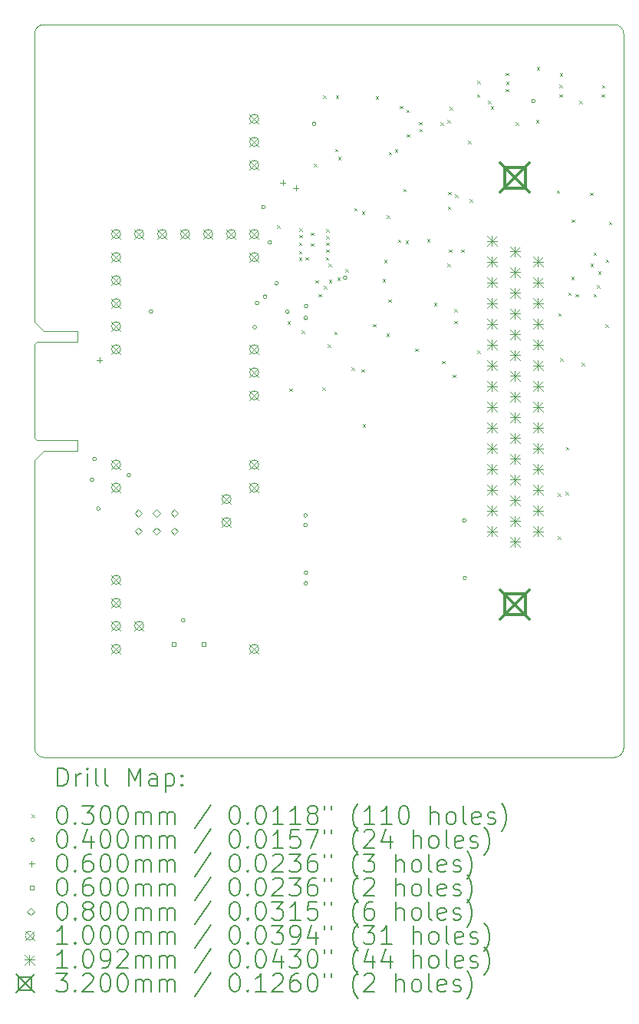
<source format=gbr>
%TF.GenerationSoftware,KiCad,Pcbnew,7.0.10*%
%TF.CreationDate,2024-12-20T15:16:24-05:00*%
%TF.ProjectId,accessory_v2,61636365-7373-46f7-9279-5f76322e6b69,rev?*%
%TF.SameCoordinates,Original*%
%TF.FileFunction,Drillmap*%
%TF.FilePolarity,Positive*%
%FSLAX45Y45*%
G04 Gerber Fmt 4.5, Leading zero omitted, Abs format (unit mm)*
G04 Created by KiCad (PCBNEW 7.0.10) date 2024-12-20 15:16:24*
%MOMM*%
%LPD*%
G01*
G04 APERTURE LIST*
%ADD10C,0.100000*%
%ADD11C,0.010000*%
%ADD12C,0.200000*%
%ADD13C,0.109220*%
%ADD14C,0.320040*%
G04 APERTURE END LIST*
D10*
X100000Y0D02*
G75*
G03*
X0Y-100000I0J-100000D01*
G01*
X0Y-7975000D02*
G75*
G03*
X100000Y-8075000I100000J0D01*
G01*
X6400000Y-8075000D02*
G75*
G03*
X6500000Y-7975000I0J100000D01*
G01*
X6400000Y-8075000D02*
X100000Y-8075000D01*
X6500000Y-100000D02*
G75*
G03*
X6400000Y0I-100000J0D01*
G01*
X100000Y0D02*
X6400000Y0D01*
X6500000Y-100000D02*
X6500000Y-7975000D01*
X0Y-100000D02*
X0Y-3277500D01*
X0Y-4797500D02*
X0Y-7975000D01*
D11*
X470000Y-4697500D02*
X100000Y-4697500D01*
X470000Y-4582500D02*
X470000Y-4697500D01*
X470000Y-4582500D02*
X25000Y-4582500D01*
X470000Y-3492500D02*
X470000Y-3377500D01*
X470000Y-3377500D02*
X100000Y-3377500D01*
X100000Y-4697500D02*
X0Y-4797500D01*
X100000Y-3377500D02*
X0Y-3277500D01*
X25000Y-3492500D02*
X470000Y-3492500D01*
X0Y-4557500D02*
X25000Y-4582500D01*
X0Y-4557500D02*
X0Y-3517500D01*
X0Y-3517500D02*
X25000Y-3492500D01*
D12*
D10*
X2674000Y-2213000D02*
X2704000Y-2243000D01*
X2704000Y-2213000D02*
X2674000Y-2243000D01*
X2788000Y-3268000D02*
X2818000Y-3298000D01*
X2818000Y-3268000D02*
X2788000Y-3298000D01*
X2811000Y-4011000D02*
X2841000Y-4041000D01*
X2841000Y-4011000D02*
X2811000Y-4041000D01*
X2915000Y-2494000D02*
X2945000Y-2524000D01*
X2945000Y-2494000D02*
X2915000Y-2524000D01*
X2915000Y-2568000D02*
X2945000Y-2598000D01*
X2945000Y-2568000D02*
X2915000Y-2598000D01*
X2917000Y-2403000D02*
X2947000Y-2433000D01*
X2947000Y-2403000D02*
X2917000Y-2433000D01*
X2919000Y-2317000D02*
X2949000Y-2347000D01*
X2949000Y-2317000D02*
X2919000Y-2347000D01*
X2920000Y-2247000D02*
X2950000Y-2277000D01*
X2950000Y-2247000D02*
X2920000Y-2277000D01*
X2946000Y-3371000D02*
X2976000Y-3401000D01*
X2976000Y-3371000D02*
X2946000Y-3401000D01*
X2989000Y-2564000D02*
X3019000Y-2594000D01*
X3019000Y-2564000D02*
X2989000Y-2594000D01*
X3047000Y-2292000D02*
X3077000Y-2322000D01*
X3077000Y-2292000D02*
X3047000Y-2322000D01*
X3047000Y-2409000D02*
X3077000Y-2439000D01*
X3077000Y-2409000D02*
X3047000Y-2439000D01*
X3083800Y-1534400D02*
X3113800Y-1564400D01*
X3113800Y-1534400D02*
X3083800Y-1564400D01*
X3098000Y-2815000D02*
X3128000Y-2845000D01*
X3128000Y-2815000D02*
X3098000Y-2845000D01*
X3133968Y-2969036D02*
X3163968Y-2999036D01*
X3163968Y-2969036D02*
X3133968Y-2999036D01*
X3174000Y-3996000D02*
X3204000Y-4026000D01*
X3204000Y-3996000D02*
X3174000Y-4026000D01*
X3182000Y-778000D02*
X3212000Y-808000D01*
X3212000Y-778000D02*
X3182000Y-808000D01*
X3193079Y-2880836D02*
X3223079Y-2910836D01*
X3223079Y-2880836D02*
X3193079Y-2910836D01*
X3214000Y-2561000D02*
X3244000Y-2591000D01*
X3244000Y-2561000D02*
X3214000Y-2591000D01*
X3217000Y-2329000D02*
X3247000Y-2359000D01*
X3247000Y-2329000D02*
X3217000Y-2359000D01*
X3217000Y-2478000D02*
X3247000Y-2508000D01*
X3247000Y-2478000D02*
X3217000Y-2508000D01*
X3218000Y-2401000D02*
X3248000Y-2431000D01*
X3248000Y-2401000D02*
X3218000Y-2431000D01*
X3219000Y-2254000D02*
X3249000Y-2284000D01*
X3249000Y-2254000D02*
X3219000Y-2284000D01*
X3236000Y-3525000D02*
X3266000Y-3555000D01*
X3266000Y-3525000D02*
X3236000Y-3555000D01*
X3244000Y-2633000D02*
X3274000Y-2663000D01*
X3274000Y-2633000D02*
X3244000Y-2663000D01*
X3246000Y-2811000D02*
X3276000Y-2841000D01*
X3276000Y-2811000D02*
X3246000Y-2841000D01*
X3308000Y-3385000D02*
X3338000Y-3415000D01*
X3338000Y-3385000D02*
X3308000Y-3415000D01*
X3315000Y-1369000D02*
X3345000Y-1399000D01*
X3345000Y-1369000D02*
X3315000Y-1399000D01*
X3324000Y-779000D02*
X3354000Y-809000D01*
X3354000Y-779000D02*
X3324000Y-809000D01*
X3341000Y-2785000D02*
X3371000Y-2815000D01*
X3371000Y-2785000D02*
X3341000Y-2815000D01*
X3346877Y-1455877D02*
X3376877Y-1485877D01*
X3376877Y-1455877D02*
X3346877Y-1485877D01*
X3427500Y-2695000D02*
X3457500Y-2725000D01*
X3457500Y-2695000D02*
X3427500Y-2725000D01*
X3495000Y-3777000D02*
X3525000Y-3807000D01*
X3525000Y-3777000D02*
X3495000Y-3807000D01*
X3528000Y-2019000D02*
X3558000Y-2049000D01*
X3558000Y-2019000D02*
X3528000Y-2049000D01*
X3605000Y-3798000D02*
X3635000Y-3828000D01*
X3635000Y-3798000D02*
X3605000Y-3828000D01*
X3611000Y-2057000D02*
X3641000Y-2087000D01*
X3641000Y-2057000D02*
X3611000Y-2087000D01*
X3618500Y-4403500D02*
X3648500Y-4433500D01*
X3648500Y-4403500D02*
X3618500Y-4433500D01*
X3733000Y-3300000D02*
X3763000Y-3330000D01*
X3763000Y-3300000D02*
X3733000Y-3330000D01*
X3765000Y-788500D02*
X3795000Y-818500D01*
X3795000Y-788500D02*
X3765000Y-818500D01*
X3840423Y-2802177D02*
X3870423Y-2832177D01*
X3870423Y-2802177D02*
X3840423Y-2832177D01*
X3857000Y-2590000D02*
X3887000Y-2620000D01*
X3887000Y-2590000D02*
X3857000Y-2620000D01*
X3882000Y-3405250D02*
X3912000Y-3435250D01*
X3912000Y-3405250D02*
X3882000Y-3435250D01*
X3884000Y-2101500D02*
X3914000Y-2131500D01*
X3914000Y-2101500D02*
X3884000Y-2131500D01*
X3901000Y-3027000D02*
X3931000Y-3057000D01*
X3931000Y-3027000D02*
X3901000Y-3057000D01*
X3906500Y-1401000D02*
X3936500Y-1431000D01*
X3936500Y-1401000D02*
X3906500Y-1431000D01*
X3975000Y-1372000D02*
X4005000Y-1402000D01*
X4005000Y-1372000D02*
X3975000Y-1402000D01*
X4007000Y-2367000D02*
X4037000Y-2397000D01*
X4037000Y-2367000D02*
X4007000Y-2397000D01*
X4032000Y-893500D02*
X4062000Y-923500D01*
X4062000Y-893500D02*
X4032000Y-923500D01*
X4069000Y-1808000D02*
X4099000Y-1838000D01*
X4099000Y-1808000D02*
X4069000Y-1838000D01*
X4092000Y-2380000D02*
X4122000Y-2410000D01*
X4122000Y-2380000D02*
X4092000Y-2410000D01*
X4100840Y-938360D02*
X4130840Y-968360D01*
X4130840Y-938360D02*
X4100840Y-968360D01*
X4107000Y-1208000D02*
X4137000Y-1238000D01*
X4137000Y-1208000D02*
X4107000Y-1238000D01*
X4199000Y-3570000D02*
X4229000Y-3600000D01*
X4229000Y-3570000D02*
X4199000Y-3600000D01*
X4240000Y-1072000D02*
X4270000Y-1102000D01*
X4270000Y-1072000D02*
X4240000Y-1102000D01*
X4244000Y-1147000D02*
X4274000Y-1177000D01*
X4274000Y-1147000D02*
X4244000Y-1177000D01*
X4329000Y-2364000D02*
X4359000Y-2394000D01*
X4359000Y-2364000D02*
X4329000Y-2394000D01*
X4406000Y-3068000D02*
X4436000Y-3098000D01*
X4436000Y-3068000D02*
X4406000Y-3098000D01*
X4480800Y-1077200D02*
X4510800Y-1107200D01*
X4510800Y-1077200D02*
X4480800Y-1107200D01*
X4496500Y-3704000D02*
X4526500Y-3734000D01*
X4526500Y-3704000D02*
X4496500Y-3734000D01*
X4555250Y-2633250D02*
X4585250Y-2663250D01*
X4585250Y-2633250D02*
X4555250Y-2663250D01*
X4557000Y-1051800D02*
X4587000Y-1081800D01*
X4587000Y-1051800D02*
X4557000Y-1081800D01*
X4560000Y-2004000D02*
X4590000Y-2034000D01*
X4590000Y-2004000D02*
X4560000Y-2034000D01*
X4565000Y-1843000D02*
X4595000Y-1873000D01*
X4595000Y-1843000D02*
X4565000Y-1873000D01*
X4573623Y-2479377D02*
X4603623Y-2509377D01*
X4603623Y-2479377D02*
X4573623Y-2509377D01*
X4579000Y-905500D02*
X4609000Y-935500D01*
X4609000Y-905500D02*
X4579000Y-935500D01*
X4612377Y-3857900D02*
X4642377Y-3887900D01*
X4642377Y-3857900D02*
X4612377Y-3887900D01*
X4631500Y-3136000D02*
X4661500Y-3166000D01*
X4661500Y-3136000D02*
X4631500Y-3166000D01*
X4631500Y-3265000D02*
X4661500Y-3295000D01*
X4661500Y-3265000D02*
X4631500Y-3295000D01*
X4639000Y-1873000D02*
X4669000Y-1903000D01*
X4669000Y-1873000D02*
X4639000Y-1903000D01*
X4706750Y-2479250D02*
X4736750Y-2509250D01*
X4736750Y-2479250D02*
X4706750Y-2509250D01*
X4785600Y-1280400D02*
X4815600Y-1310400D01*
X4815600Y-1280400D02*
X4785600Y-1310400D01*
X4799000Y-1925500D02*
X4829000Y-1955500D01*
X4829000Y-1925500D02*
X4799000Y-1955500D01*
X4880877Y-769123D02*
X4910877Y-799123D01*
X4910877Y-769123D02*
X4880877Y-799123D01*
X4883100Y-3590000D02*
X4913100Y-3620000D01*
X4913100Y-3590000D02*
X4883100Y-3620000D01*
X4887200Y-620000D02*
X4917200Y-650000D01*
X4917200Y-620000D02*
X4887200Y-650000D01*
X5002519Y-840132D02*
X5032519Y-870132D01*
X5032519Y-840132D02*
X5002519Y-870132D01*
X5034000Y-897000D02*
X5064000Y-927000D01*
X5064000Y-897000D02*
X5034000Y-927000D01*
X5199000Y-532000D02*
X5229000Y-562000D01*
X5229000Y-532000D02*
X5199000Y-562000D01*
X5199000Y-709000D02*
X5229000Y-739000D01*
X5229000Y-709000D02*
X5199000Y-739000D01*
X5201000Y-628000D02*
X5231000Y-658000D01*
X5231000Y-628000D02*
X5201000Y-658000D01*
X5309000Y-1077000D02*
X5339000Y-1107000D01*
X5339000Y-1077000D02*
X5309000Y-1107000D01*
X5534623Y-1051623D02*
X5564623Y-1081623D01*
X5564623Y-1051623D02*
X5534623Y-1081623D01*
X5542000Y-465000D02*
X5572000Y-495000D01*
X5572000Y-465000D02*
X5542000Y-495000D01*
X5760960Y-1826500D02*
X5790960Y-1856500D01*
X5790960Y-1826500D02*
X5760960Y-1856500D01*
X5774500Y-5166000D02*
X5804500Y-5196000D01*
X5804500Y-5166000D02*
X5774500Y-5196000D01*
X5774500Y-5638000D02*
X5804500Y-5668000D01*
X5804500Y-5638000D02*
X5774500Y-5668000D01*
X5777000Y-3179000D02*
X5807000Y-3209000D01*
X5807000Y-3179000D02*
X5777000Y-3209000D01*
X5789000Y-766000D02*
X5819000Y-796000D01*
X5819000Y-766000D02*
X5789000Y-796000D01*
X5792000Y-663000D02*
X5822000Y-693000D01*
X5822000Y-663000D02*
X5792000Y-693000D01*
X5795000Y-537000D02*
X5825000Y-567000D01*
X5825000Y-537000D02*
X5795000Y-567000D01*
X5800000Y-3676000D02*
X5830000Y-3706000D01*
X5830000Y-3676000D02*
X5800000Y-3706000D01*
X5858000Y-5148000D02*
X5888000Y-5178000D01*
X5888000Y-5148000D02*
X5858000Y-5178000D01*
X5863000Y-4653000D02*
X5893000Y-4683000D01*
X5893000Y-4653000D02*
X5863000Y-4683000D01*
X5888000Y-2952000D02*
X5918000Y-2982000D01*
X5918000Y-2952000D02*
X5888000Y-2982000D01*
X5924000Y-2779000D02*
X5954000Y-2809000D01*
X5954000Y-2779000D02*
X5924000Y-2809000D01*
X5928600Y-2149080D02*
X5958600Y-2179080D01*
X5958600Y-2149080D02*
X5928600Y-2179080D01*
X5971000Y-2970000D02*
X6001000Y-3000000D01*
X6001000Y-2970000D02*
X5971000Y-3000000D01*
X6011000Y-839000D02*
X6041000Y-869000D01*
X6041000Y-839000D02*
X6011000Y-869000D01*
X6035000Y-3728000D02*
X6065000Y-3758000D01*
X6065000Y-3728000D02*
X6035000Y-3758000D01*
X6129260Y-1851900D02*
X6159260Y-1881900D01*
X6159260Y-1851900D02*
X6129260Y-1881900D01*
X6133000Y-2635000D02*
X6163000Y-2665000D01*
X6163000Y-2635000D02*
X6133000Y-2665000D01*
X6168500Y-2969000D02*
X6198500Y-2999000D01*
X6198500Y-2969000D02*
X6168500Y-2999000D01*
X6169000Y-2512000D02*
X6199000Y-2542000D01*
X6199000Y-2512000D02*
X6169000Y-2542000D01*
X6207000Y-2871000D02*
X6237000Y-2901000D01*
X6237000Y-2871000D02*
X6207000Y-2901000D01*
X6217000Y-2717000D02*
X6247000Y-2747000D01*
X6247000Y-2717000D02*
X6217000Y-2747000D01*
X6259000Y-767000D02*
X6289000Y-797000D01*
X6289000Y-767000D02*
X6259000Y-797000D01*
X6260000Y-666000D02*
X6290000Y-696000D01*
X6290000Y-666000D02*
X6260000Y-696000D01*
X6300000Y-3305000D02*
X6330000Y-3335000D01*
X6330000Y-3305000D02*
X6300000Y-3335000D01*
X6302000Y-2587000D02*
X6332000Y-2617000D01*
X6332000Y-2587000D02*
X6302000Y-2617000D01*
X6339000Y-2174480D02*
X6369000Y-2204480D01*
X6369000Y-2174480D02*
X6339000Y-2204480D01*
X651017Y-5015988D02*
G75*
G03*
X611017Y-5015988I-20000J0D01*
G01*
X611017Y-5015988D02*
G75*
G03*
X651017Y-5015988I20000J0D01*
G01*
X680400Y-4785360D02*
G75*
G03*
X640400Y-4785360I-20000J0D01*
G01*
X640400Y-4785360D02*
G75*
G03*
X680400Y-4785360I20000J0D01*
G01*
X723000Y-5334000D02*
G75*
G03*
X683000Y-5334000I-20000J0D01*
G01*
X683000Y-5334000D02*
G75*
G03*
X723000Y-5334000I20000J0D01*
G01*
X1058860Y-4965700D02*
G75*
G03*
X1018860Y-4965700I-20000J0D01*
G01*
X1018860Y-4965700D02*
G75*
G03*
X1058860Y-4965700I20000J0D01*
G01*
X1303000Y-3162000D02*
G75*
G03*
X1263000Y-3162000I-20000J0D01*
G01*
X1263000Y-3162000D02*
G75*
G03*
X1303000Y-3162000I20000J0D01*
G01*
X1658300Y-6565900D02*
G75*
G03*
X1618300Y-6565900I-20000J0D01*
G01*
X1618300Y-6565900D02*
G75*
G03*
X1658300Y-6565900I20000J0D01*
G01*
X2448000Y-3335000D02*
G75*
G03*
X2408000Y-3335000I-20000J0D01*
G01*
X2408000Y-3335000D02*
G75*
G03*
X2448000Y-3335000I20000J0D01*
G01*
X2474000Y-3067000D02*
G75*
G03*
X2434000Y-3067000I-20000J0D01*
G01*
X2434000Y-3067000D02*
G75*
G03*
X2474000Y-3067000I20000J0D01*
G01*
X2545000Y-2009000D02*
G75*
G03*
X2505000Y-2009000I-20000J0D01*
G01*
X2505000Y-2009000D02*
G75*
G03*
X2545000Y-2009000I20000J0D01*
G01*
X2563000Y-2998000D02*
G75*
G03*
X2523000Y-2998000I-20000J0D01*
G01*
X2523000Y-2998000D02*
G75*
G03*
X2563000Y-2998000I20000J0D01*
G01*
X2614000Y-2400000D02*
G75*
G03*
X2574000Y-2400000I-20000J0D01*
G01*
X2574000Y-2400000D02*
G75*
G03*
X2614000Y-2400000I20000J0D01*
G01*
X2687000Y-2851000D02*
G75*
G03*
X2647000Y-2851000I-20000J0D01*
G01*
X2647000Y-2851000D02*
G75*
G03*
X2687000Y-2851000I20000J0D01*
G01*
X2809000Y-3164000D02*
G75*
G03*
X2769000Y-3164000I-20000J0D01*
G01*
X2769000Y-3164000D02*
G75*
G03*
X2809000Y-3164000I20000J0D01*
G01*
X3009000Y-5409000D02*
G75*
G03*
X2969000Y-5409000I-20000J0D01*
G01*
X2969000Y-5409000D02*
G75*
G03*
X3009000Y-5409000I20000J0D01*
G01*
X3009000Y-5517000D02*
G75*
G03*
X2969000Y-5517000I-20000J0D01*
G01*
X2969000Y-5517000D02*
G75*
G03*
X3009000Y-5517000I20000J0D01*
G01*
X3012400Y-3233000D02*
G75*
G03*
X2972400Y-3233000I-20000J0D01*
G01*
X2972400Y-3233000D02*
G75*
G03*
X3012400Y-3233000I20000J0D01*
G01*
X3013000Y-6156000D02*
G75*
G03*
X2973000Y-6156000I-20000J0D01*
G01*
X2973000Y-6156000D02*
G75*
G03*
X3013000Y-6156000I20000J0D01*
G01*
X3015000Y-3103000D02*
G75*
G03*
X2975000Y-3103000I-20000J0D01*
G01*
X2975000Y-3103000D02*
G75*
G03*
X3015000Y-3103000I20000J0D01*
G01*
X3015000Y-6041000D02*
G75*
G03*
X2975000Y-6041000I-20000J0D01*
G01*
X2975000Y-6041000D02*
G75*
G03*
X3015000Y-6041000I20000J0D01*
G01*
X3104000Y-1094000D02*
G75*
G03*
X3064000Y-1094000I-20000J0D01*
G01*
X3064000Y-1094000D02*
G75*
G03*
X3104000Y-1094000I20000J0D01*
G01*
X3445000Y-2788000D02*
G75*
G03*
X3405000Y-2788000I-20000J0D01*
G01*
X3405000Y-2788000D02*
G75*
G03*
X3445000Y-2788000I20000J0D01*
G01*
X4762000Y-5466000D02*
G75*
G03*
X4722000Y-5466000I-20000J0D01*
G01*
X4722000Y-5466000D02*
G75*
G03*
X4762000Y-5466000I20000J0D01*
G01*
X4768000Y-6100000D02*
G75*
G03*
X4728000Y-6100000I-20000J0D01*
G01*
X4728000Y-6100000D02*
G75*
G03*
X4768000Y-6100000I20000J0D01*
G01*
X5525000Y-840500D02*
G75*
G03*
X5485000Y-840500I-20000J0D01*
G01*
X5485000Y-840500D02*
G75*
G03*
X5525000Y-840500I20000J0D01*
G01*
X715000Y-3666000D02*
X715000Y-3726000D01*
X685000Y-3696000D02*
X745000Y-3696000D01*
X2737000Y-1712000D02*
X2737000Y-1772000D01*
X2707000Y-1742000D02*
X2767000Y-1742000D01*
X2881000Y-1772000D02*
X2881000Y-1832000D01*
X2851000Y-1802000D02*
X2911000Y-1802000D01*
X1554213Y-6850013D02*
X1554213Y-6807587D01*
X1511787Y-6807587D01*
X1511787Y-6850013D01*
X1554213Y-6850013D01*
X1884413Y-6850013D02*
X1884413Y-6807587D01*
X1841987Y-6807587D01*
X1841987Y-6850013D01*
X1884413Y-6850013D01*
X1143000Y-5423000D02*
X1183000Y-5383000D01*
X1143000Y-5343000D01*
X1103000Y-5383000D01*
X1143000Y-5423000D01*
X1143000Y-5623000D02*
X1183000Y-5583000D01*
X1143000Y-5543000D01*
X1103000Y-5583000D01*
X1143000Y-5623000D01*
X1343000Y-5423000D02*
X1383000Y-5383000D01*
X1343000Y-5343000D01*
X1303000Y-5383000D01*
X1343000Y-5423000D01*
X1343000Y-5623000D02*
X1383000Y-5583000D01*
X1343000Y-5543000D01*
X1303000Y-5583000D01*
X1343000Y-5623000D01*
X1543000Y-5423000D02*
X1583000Y-5383000D01*
X1543000Y-5343000D01*
X1503000Y-5383000D01*
X1543000Y-5423000D01*
X1543000Y-5623000D02*
X1583000Y-5583000D01*
X1543000Y-5543000D01*
X1503000Y-5583000D01*
X1543000Y-5623000D01*
X848000Y-2258000D02*
X948000Y-2358000D01*
X948000Y-2258000D02*
X848000Y-2358000D01*
X948000Y-2308000D02*
G75*
G03*
X848000Y-2308000I-50000J0D01*
G01*
X848000Y-2308000D02*
G75*
G03*
X948000Y-2308000I50000J0D01*
G01*
X848000Y-2512000D02*
X948000Y-2612000D01*
X948000Y-2512000D02*
X848000Y-2612000D01*
X948000Y-2562000D02*
G75*
G03*
X848000Y-2562000I-50000J0D01*
G01*
X848000Y-2562000D02*
G75*
G03*
X948000Y-2562000I50000J0D01*
G01*
X848000Y-2766000D02*
X948000Y-2866000D01*
X948000Y-2766000D02*
X848000Y-2866000D01*
X948000Y-2816000D02*
G75*
G03*
X848000Y-2816000I-50000J0D01*
G01*
X848000Y-2816000D02*
G75*
G03*
X948000Y-2816000I50000J0D01*
G01*
X848000Y-3020000D02*
X948000Y-3120000D01*
X948000Y-3020000D02*
X848000Y-3120000D01*
X948000Y-3070000D02*
G75*
G03*
X848000Y-3070000I-50000J0D01*
G01*
X848000Y-3070000D02*
G75*
G03*
X948000Y-3070000I50000J0D01*
G01*
X848000Y-3274000D02*
X948000Y-3374000D01*
X948000Y-3274000D02*
X848000Y-3374000D01*
X948000Y-3324000D02*
G75*
G03*
X848000Y-3324000I-50000J0D01*
G01*
X848000Y-3324000D02*
G75*
G03*
X948000Y-3324000I50000J0D01*
G01*
X848000Y-3528000D02*
X948000Y-3628000D01*
X948000Y-3528000D02*
X848000Y-3628000D01*
X948000Y-3578000D02*
G75*
G03*
X848000Y-3578000I-50000J0D01*
G01*
X848000Y-3578000D02*
G75*
G03*
X948000Y-3578000I50000J0D01*
G01*
X848000Y-4798000D02*
X948000Y-4898000D01*
X948000Y-4798000D02*
X848000Y-4898000D01*
X948000Y-4848000D02*
G75*
G03*
X848000Y-4848000I-50000J0D01*
G01*
X848000Y-4848000D02*
G75*
G03*
X948000Y-4848000I50000J0D01*
G01*
X848000Y-5052000D02*
X948000Y-5152000D01*
X948000Y-5052000D02*
X848000Y-5152000D01*
X948000Y-5102000D02*
G75*
G03*
X848000Y-5102000I-50000J0D01*
G01*
X848000Y-5102000D02*
G75*
G03*
X948000Y-5102000I50000J0D01*
G01*
X848000Y-6068000D02*
X948000Y-6168000D01*
X948000Y-6068000D02*
X848000Y-6168000D01*
X948000Y-6118000D02*
G75*
G03*
X848000Y-6118000I-50000J0D01*
G01*
X848000Y-6118000D02*
G75*
G03*
X948000Y-6118000I50000J0D01*
G01*
X848000Y-6322000D02*
X948000Y-6422000D01*
X948000Y-6322000D02*
X848000Y-6422000D01*
X948000Y-6372000D02*
G75*
G03*
X848000Y-6372000I-50000J0D01*
G01*
X848000Y-6372000D02*
G75*
G03*
X948000Y-6372000I50000J0D01*
G01*
X848000Y-6576000D02*
X948000Y-6676000D01*
X948000Y-6576000D02*
X848000Y-6676000D01*
X948000Y-6626000D02*
G75*
G03*
X848000Y-6626000I-50000J0D01*
G01*
X848000Y-6626000D02*
G75*
G03*
X948000Y-6626000I50000J0D01*
G01*
X848000Y-6830000D02*
X948000Y-6930000D01*
X948000Y-6830000D02*
X848000Y-6930000D01*
X948000Y-6880000D02*
G75*
G03*
X848000Y-6880000I-50000J0D01*
G01*
X848000Y-6880000D02*
G75*
G03*
X948000Y-6880000I50000J0D01*
G01*
X1102000Y-2258000D02*
X1202000Y-2358000D01*
X1202000Y-2258000D02*
X1102000Y-2358000D01*
X1202000Y-2308000D02*
G75*
G03*
X1102000Y-2308000I-50000J0D01*
G01*
X1102000Y-2308000D02*
G75*
G03*
X1202000Y-2308000I50000J0D01*
G01*
X1102000Y-6576000D02*
X1202000Y-6676000D01*
X1202000Y-6576000D02*
X1102000Y-6676000D01*
X1202000Y-6626000D02*
G75*
G03*
X1102000Y-6626000I-50000J0D01*
G01*
X1102000Y-6626000D02*
G75*
G03*
X1202000Y-6626000I50000J0D01*
G01*
X1356000Y-2258000D02*
X1456000Y-2358000D01*
X1456000Y-2258000D02*
X1356000Y-2358000D01*
X1456000Y-2308000D02*
G75*
G03*
X1356000Y-2308000I-50000J0D01*
G01*
X1356000Y-2308000D02*
G75*
G03*
X1456000Y-2308000I50000J0D01*
G01*
X1610000Y-2258000D02*
X1710000Y-2358000D01*
X1710000Y-2258000D02*
X1610000Y-2358000D01*
X1710000Y-2308000D02*
G75*
G03*
X1610000Y-2308000I-50000J0D01*
G01*
X1610000Y-2308000D02*
G75*
G03*
X1710000Y-2308000I50000J0D01*
G01*
X1864000Y-2258000D02*
X1964000Y-2358000D01*
X1964000Y-2258000D02*
X1864000Y-2358000D01*
X1964000Y-2308000D02*
G75*
G03*
X1864000Y-2308000I-50000J0D01*
G01*
X1864000Y-2308000D02*
G75*
G03*
X1964000Y-2308000I50000J0D01*
G01*
X2067000Y-5179000D02*
X2167000Y-5279000D01*
X2167000Y-5179000D02*
X2067000Y-5279000D01*
X2167000Y-5229000D02*
G75*
G03*
X2067000Y-5229000I-50000J0D01*
G01*
X2067000Y-5229000D02*
G75*
G03*
X2167000Y-5229000I50000J0D01*
G01*
X2067000Y-5433000D02*
X2167000Y-5533000D01*
X2167000Y-5433000D02*
X2067000Y-5533000D01*
X2167000Y-5483000D02*
G75*
G03*
X2067000Y-5483000I-50000J0D01*
G01*
X2067000Y-5483000D02*
G75*
G03*
X2167000Y-5483000I50000J0D01*
G01*
X2118000Y-2258000D02*
X2218000Y-2358000D01*
X2218000Y-2258000D02*
X2118000Y-2358000D01*
X2218000Y-2308000D02*
G75*
G03*
X2118000Y-2308000I-50000J0D01*
G01*
X2118000Y-2308000D02*
G75*
G03*
X2218000Y-2308000I50000J0D01*
G01*
X2372000Y-988000D02*
X2472000Y-1088000D01*
X2472000Y-988000D02*
X2372000Y-1088000D01*
X2472000Y-1038000D02*
G75*
G03*
X2372000Y-1038000I-50000J0D01*
G01*
X2372000Y-1038000D02*
G75*
G03*
X2472000Y-1038000I50000J0D01*
G01*
X2372000Y-1242000D02*
X2472000Y-1342000D01*
X2472000Y-1242000D02*
X2372000Y-1342000D01*
X2472000Y-1292000D02*
G75*
G03*
X2372000Y-1292000I-50000J0D01*
G01*
X2372000Y-1292000D02*
G75*
G03*
X2472000Y-1292000I50000J0D01*
G01*
X2372000Y-1496000D02*
X2472000Y-1596000D01*
X2472000Y-1496000D02*
X2372000Y-1596000D01*
X2472000Y-1546000D02*
G75*
G03*
X2372000Y-1546000I-50000J0D01*
G01*
X2372000Y-1546000D02*
G75*
G03*
X2472000Y-1546000I50000J0D01*
G01*
X2372000Y-2258000D02*
X2472000Y-2358000D01*
X2472000Y-2258000D02*
X2372000Y-2358000D01*
X2472000Y-2308000D02*
G75*
G03*
X2372000Y-2308000I-50000J0D01*
G01*
X2372000Y-2308000D02*
G75*
G03*
X2472000Y-2308000I50000J0D01*
G01*
X2372000Y-2512000D02*
X2472000Y-2612000D01*
X2472000Y-2512000D02*
X2372000Y-2612000D01*
X2472000Y-2562000D02*
G75*
G03*
X2372000Y-2562000I-50000J0D01*
G01*
X2372000Y-2562000D02*
G75*
G03*
X2472000Y-2562000I50000J0D01*
G01*
X2372000Y-3528000D02*
X2472000Y-3628000D01*
X2472000Y-3528000D02*
X2372000Y-3628000D01*
X2472000Y-3578000D02*
G75*
G03*
X2372000Y-3578000I-50000J0D01*
G01*
X2372000Y-3578000D02*
G75*
G03*
X2472000Y-3578000I50000J0D01*
G01*
X2372000Y-3782000D02*
X2472000Y-3882000D01*
X2472000Y-3782000D02*
X2372000Y-3882000D01*
X2472000Y-3832000D02*
G75*
G03*
X2372000Y-3832000I-50000J0D01*
G01*
X2372000Y-3832000D02*
G75*
G03*
X2472000Y-3832000I50000J0D01*
G01*
X2372000Y-4036000D02*
X2472000Y-4136000D01*
X2472000Y-4036000D02*
X2372000Y-4136000D01*
X2472000Y-4086000D02*
G75*
G03*
X2372000Y-4086000I-50000J0D01*
G01*
X2372000Y-4086000D02*
G75*
G03*
X2472000Y-4086000I50000J0D01*
G01*
X2372000Y-4798000D02*
X2472000Y-4898000D01*
X2472000Y-4798000D02*
X2372000Y-4898000D01*
X2472000Y-4848000D02*
G75*
G03*
X2372000Y-4848000I-50000J0D01*
G01*
X2372000Y-4848000D02*
G75*
G03*
X2472000Y-4848000I50000J0D01*
G01*
X2372000Y-5052000D02*
X2472000Y-5152000D01*
X2472000Y-5052000D02*
X2372000Y-5152000D01*
X2472000Y-5102000D02*
G75*
G03*
X2372000Y-5102000I-50000J0D01*
G01*
X2372000Y-5102000D02*
G75*
G03*
X2472000Y-5102000I50000J0D01*
G01*
X2372000Y-6830000D02*
X2472000Y-6930000D01*
X2472000Y-6830000D02*
X2372000Y-6930000D01*
X2472000Y-6880000D02*
G75*
G03*
X2372000Y-6880000I-50000J0D01*
G01*
X2372000Y-6880000D02*
G75*
G03*
X2472000Y-6880000I50000J0D01*
G01*
D13*
X4991390Y-2331890D02*
X5100610Y-2441110D01*
X5100610Y-2331890D02*
X4991390Y-2441110D01*
X5046000Y-2331890D02*
X5046000Y-2441110D01*
X4991390Y-2386500D02*
X5100610Y-2386500D01*
X4991390Y-2560490D02*
X5100610Y-2669710D01*
X5100610Y-2560490D02*
X4991390Y-2669710D01*
X5046000Y-2560490D02*
X5046000Y-2669710D01*
X4991390Y-2615100D02*
X5100610Y-2615100D01*
X4991390Y-2789090D02*
X5100610Y-2898310D01*
X5100610Y-2789090D02*
X4991390Y-2898310D01*
X5046000Y-2789090D02*
X5046000Y-2898310D01*
X4991390Y-2843700D02*
X5100610Y-2843700D01*
X4991390Y-3017690D02*
X5100610Y-3126910D01*
X5100610Y-3017690D02*
X4991390Y-3126910D01*
X5046000Y-3017690D02*
X5046000Y-3126910D01*
X4991390Y-3072300D02*
X5100610Y-3072300D01*
X4991390Y-3246290D02*
X5100610Y-3355510D01*
X5100610Y-3246290D02*
X4991390Y-3355510D01*
X5046000Y-3246290D02*
X5046000Y-3355510D01*
X4991390Y-3300900D02*
X5100610Y-3300900D01*
X4991390Y-3474890D02*
X5100610Y-3584110D01*
X5100610Y-3474890D02*
X4991390Y-3584110D01*
X5046000Y-3474890D02*
X5046000Y-3584110D01*
X4991390Y-3529500D02*
X5100610Y-3529500D01*
X4991390Y-3703490D02*
X5100610Y-3812710D01*
X5100610Y-3703490D02*
X4991390Y-3812710D01*
X5046000Y-3703490D02*
X5046000Y-3812710D01*
X4991390Y-3758100D02*
X5100610Y-3758100D01*
X4991390Y-3932090D02*
X5100610Y-4041310D01*
X5100610Y-3932090D02*
X4991390Y-4041310D01*
X5046000Y-3932090D02*
X5046000Y-4041310D01*
X4991390Y-3986700D02*
X5100610Y-3986700D01*
X4991390Y-4160690D02*
X5100610Y-4269910D01*
X5100610Y-4160690D02*
X4991390Y-4269910D01*
X5046000Y-4160690D02*
X5046000Y-4269910D01*
X4991390Y-4215300D02*
X5100610Y-4215300D01*
X4991390Y-4389290D02*
X5100610Y-4498510D01*
X5100610Y-4389290D02*
X4991390Y-4498510D01*
X5046000Y-4389290D02*
X5046000Y-4498510D01*
X4991390Y-4443900D02*
X5100610Y-4443900D01*
X4991390Y-4617890D02*
X5100610Y-4727110D01*
X5100610Y-4617890D02*
X4991390Y-4727110D01*
X5046000Y-4617890D02*
X5046000Y-4727110D01*
X4991390Y-4672500D02*
X5100610Y-4672500D01*
X4991390Y-4846490D02*
X5100610Y-4955710D01*
X5100610Y-4846490D02*
X4991390Y-4955710D01*
X5046000Y-4846490D02*
X5046000Y-4955710D01*
X4991390Y-4901100D02*
X5100610Y-4901100D01*
X4991390Y-5075090D02*
X5100610Y-5184310D01*
X5100610Y-5075090D02*
X4991390Y-5184310D01*
X5046000Y-5075090D02*
X5046000Y-5184310D01*
X4991390Y-5129700D02*
X5100610Y-5129700D01*
X4991390Y-5303690D02*
X5100610Y-5412910D01*
X5100610Y-5303690D02*
X4991390Y-5412910D01*
X5046000Y-5303690D02*
X5046000Y-5412910D01*
X4991390Y-5358300D02*
X5100610Y-5358300D01*
X4991390Y-5532290D02*
X5100610Y-5641510D01*
X5100610Y-5532290D02*
X4991390Y-5641510D01*
X5046000Y-5532290D02*
X5046000Y-5641510D01*
X4991390Y-5586900D02*
X5100610Y-5586900D01*
X5245390Y-2446190D02*
X5354610Y-2555410D01*
X5354610Y-2446190D02*
X5245390Y-2555410D01*
X5300000Y-2446190D02*
X5300000Y-2555410D01*
X5245390Y-2500800D02*
X5354610Y-2500800D01*
X5245390Y-2674790D02*
X5354610Y-2784010D01*
X5354610Y-2674790D02*
X5245390Y-2784010D01*
X5300000Y-2674790D02*
X5300000Y-2784010D01*
X5245390Y-2729400D02*
X5354610Y-2729400D01*
X5245390Y-2903390D02*
X5354610Y-3012610D01*
X5354610Y-2903390D02*
X5245390Y-3012610D01*
X5300000Y-2903390D02*
X5300000Y-3012610D01*
X5245390Y-2958000D02*
X5354610Y-2958000D01*
X5245390Y-3131990D02*
X5354610Y-3241210D01*
X5354610Y-3131990D02*
X5245390Y-3241210D01*
X5300000Y-3131990D02*
X5300000Y-3241210D01*
X5245390Y-3186600D02*
X5354610Y-3186600D01*
X5245390Y-3360590D02*
X5354610Y-3469810D01*
X5354610Y-3360590D02*
X5245390Y-3469810D01*
X5300000Y-3360590D02*
X5300000Y-3469810D01*
X5245390Y-3415200D02*
X5354610Y-3415200D01*
X5245390Y-3589190D02*
X5354610Y-3698410D01*
X5354610Y-3589190D02*
X5245390Y-3698410D01*
X5300000Y-3589190D02*
X5300000Y-3698410D01*
X5245390Y-3643800D02*
X5354610Y-3643800D01*
X5245390Y-3817790D02*
X5354610Y-3927010D01*
X5354610Y-3817790D02*
X5245390Y-3927010D01*
X5300000Y-3817790D02*
X5300000Y-3927010D01*
X5245390Y-3872400D02*
X5354610Y-3872400D01*
X5245390Y-4046390D02*
X5354610Y-4155610D01*
X5354610Y-4046390D02*
X5245390Y-4155610D01*
X5300000Y-4046390D02*
X5300000Y-4155610D01*
X5245390Y-4101000D02*
X5354610Y-4101000D01*
X5245390Y-4274990D02*
X5354610Y-4384210D01*
X5354610Y-4274990D02*
X5245390Y-4384210D01*
X5300000Y-4274990D02*
X5300000Y-4384210D01*
X5245390Y-4329600D02*
X5354610Y-4329600D01*
X5245390Y-4503590D02*
X5354610Y-4612810D01*
X5354610Y-4503590D02*
X5245390Y-4612810D01*
X5300000Y-4503590D02*
X5300000Y-4612810D01*
X5245390Y-4558200D02*
X5354610Y-4558200D01*
X5245390Y-4732190D02*
X5354610Y-4841410D01*
X5354610Y-4732190D02*
X5245390Y-4841410D01*
X5300000Y-4732190D02*
X5300000Y-4841410D01*
X5245390Y-4786800D02*
X5354610Y-4786800D01*
X5245390Y-4960790D02*
X5354610Y-5070010D01*
X5354610Y-4960790D02*
X5245390Y-5070010D01*
X5300000Y-4960790D02*
X5300000Y-5070010D01*
X5245390Y-5015400D02*
X5354610Y-5015400D01*
X5245390Y-5189390D02*
X5354610Y-5298610D01*
X5354610Y-5189390D02*
X5245390Y-5298610D01*
X5300000Y-5189390D02*
X5300000Y-5298610D01*
X5245390Y-5244000D02*
X5354610Y-5244000D01*
X5245390Y-5417990D02*
X5354610Y-5527210D01*
X5354610Y-5417990D02*
X5245390Y-5527210D01*
X5300000Y-5417990D02*
X5300000Y-5527210D01*
X5245390Y-5472600D02*
X5354610Y-5472600D01*
X5245390Y-5646590D02*
X5354610Y-5755810D01*
X5354610Y-5646590D02*
X5245390Y-5755810D01*
X5300000Y-5646590D02*
X5300000Y-5755810D01*
X5245390Y-5701200D02*
X5354610Y-5701200D01*
X5499390Y-2560490D02*
X5608610Y-2669710D01*
X5608610Y-2560490D02*
X5499390Y-2669710D01*
X5554000Y-2560490D02*
X5554000Y-2669710D01*
X5499390Y-2615100D02*
X5608610Y-2615100D01*
X5499390Y-2789090D02*
X5608610Y-2898310D01*
X5608610Y-2789090D02*
X5499390Y-2898310D01*
X5554000Y-2789090D02*
X5554000Y-2898310D01*
X5499390Y-2843700D02*
X5608610Y-2843700D01*
X5499390Y-3017690D02*
X5608610Y-3126910D01*
X5608610Y-3017690D02*
X5499390Y-3126910D01*
X5554000Y-3017690D02*
X5554000Y-3126910D01*
X5499390Y-3072300D02*
X5608610Y-3072300D01*
X5499390Y-3246290D02*
X5608610Y-3355510D01*
X5608610Y-3246290D02*
X5499390Y-3355510D01*
X5554000Y-3246290D02*
X5554000Y-3355510D01*
X5499390Y-3300900D02*
X5608610Y-3300900D01*
X5499390Y-3474890D02*
X5608610Y-3584110D01*
X5608610Y-3474890D02*
X5499390Y-3584110D01*
X5554000Y-3474890D02*
X5554000Y-3584110D01*
X5499390Y-3529500D02*
X5608610Y-3529500D01*
X5499390Y-3703490D02*
X5608610Y-3812710D01*
X5608610Y-3703490D02*
X5499390Y-3812710D01*
X5554000Y-3703490D02*
X5554000Y-3812710D01*
X5499390Y-3758100D02*
X5608610Y-3758100D01*
X5499390Y-3932090D02*
X5608610Y-4041310D01*
X5608610Y-3932090D02*
X5499390Y-4041310D01*
X5554000Y-3932090D02*
X5554000Y-4041310D01*
X5499390Y-3986700D02*
X5608610Y-3986700D01*
X5499390Y-4160690D02*
X5608610Y-4269910D01*
X5608610Y-4160690D02*
X5499390Y-4269910D01*
X5554000Y-4160690D02*
X5554000Y-4269910D01*
X5499390Y-4215300D02*
X5608610Y-4215300D01*
X5499390Y-4389290D02*
X5608610Y-4498510D01*
X5608610Y-4389290D02*
X5499390Y-4498510D01*
X5554000Y-4389290D02*
X5554000Y-4498510D01*
X5499390Y-4443900D02*
X5608610Y-4443900D01*
X5499390Y-4617890D02*
X5608610Y-4727110D01*
X5608610Y-4617890D02*
X5499390Y-4727110D01*
X5554000Y-4617890D02*
X5554000Y-4727110D01*
X5499390Y-4672500D02*
X5608610Y-4672500D01*
X5499390Y-4846490D02*
X5608610Y-4955710D01*
X5608610Y-4846490D02*
X5499390Y-4955710D01*
X5554000Y-4846490D02*
X5554000Y-4955710D01*
X5499390Y-4901100D02*
X5608610Y-4901100D01*
X5499390Y-5075090D02*
X5608610Y-5184310D01*
X5608610Y-5075090D02*
X5499390Y-5184310D01*
X5554000Y-5075090D02*
X5554000Y-5184310D01*
X5499390Y-5129700D02*
X5608610Y-5129700D01*
X5499390Y-5303690D02*
X5608610Y-5412910D01*
X5608610Y-5303690D02*
X5499390Y-5412910D01*
X5554000Y-5303690D02*
X5554000Y-5412910D01*
X5499390Y-5358300D02*
X5608610Y-5358300D01*
X5499390Y-5532290D02*
X5608610Y-5641510D01*
X5608610Y-5532290D02*
X5499390Y-5641510D01*
X5554000Y-5532290D02*
X5554000Y-5641510D01*
X5499390Y-5586900D02*
X5608610Y-5586900D01*
D14*
X5139980Y-1525480D02*
X5460020Y-1845520D01*
X5460020Y-1525480D02*
X5139980Y-1845520D01*
X5413152Y-1798652D02*
X5413152Y-1572348D01*
X5186848Y-1572348D01*
X5186848Y-1798652D01*
X5413152Y-1798652D01*
X5139980Y-6229480D02*
X5460020Y-6549520D01*
X5460020Y-6229480D02*
X5139980Y-6549520D01*
X5413152Y-6502652D02*
X5413152Y-6276348D01*
X5186848Y-6276348D01*
X5186848Y-6502652D01*
X5413152Y-6502652D01*
D12*
X255777Y-8391484D02*
X255777Y-8191484D01*
X255777Y-8191484D02*
X303396Y-8191484D01*
X303396Y-8191484D02*
X331967Y-8201008D01*
X331967Y-8201008D02*
X351015Y-8220055D01*
X351015Y-8220055D02*
X360539Y-8239103D01*
X360539Y-8239103D02*
X370062Y-8277198D01*
X370062Y-8277198D02*
X370062Y-8305769D01*
X370062Y-8305769D02*
X360539Y-8343865D01*
X360539Y-8343865D02*
X351015Y-8362912D01*
X351015Y-8362912D02*
X331967Y-8381960D01*
X331967Y-8381960D02*
X303396Y-8391484D01*
X303396Y-8391484D02*
X255777Y-8391484D01*
X455777Y-8391484D02*
X455777Y-8258150D01*
X455777Y-8296246D02*
X465301Y-8277198D01*
X465301Y-8277198D02*
X474824Y-8267674D01*
X474824Y-8267674D02*
X493872Y-8258150D01*
X493872Y-8258150D02*
X512920Y-8258150D01*
X579586Y-8391484D02*
X579586Y-8258150D01*
X579586Y-8191484D02*
X570063Y-8201008D01*
X570063Y-8201008D02*
X579586Y-8210531D01*
X579586Y-8210531D02*
X589110Y-8201008D01*
X589110Y-8201008D02*
X579586Y-8191484D01*
X579586Y-8191484D02*
X579586Y-8210531D01*
X703396Y-8391484D02*
X684348Y-8381960D01*
X684348Y-8381960D02*
X674824Y-8362912D01*
X674824Y-8362912D02*
X674824Y-8191484D01*
X808158Y-8391484D02*
X789110Y-8381960D01*
X789110Y-8381960D02*
X779586Y-8362912D01*
X779586Y-8362912D02*
X779586Y-8191484D01*
X1036729Y-8391484D02*
X1036729Y-8191484D01*
X1036729Y-8191484D02*
X1103396Y-8334341D01*
X1103396Y-8334341D02*
X1170063Y-8191484D01*
X1170063Y-8191484D02*
X1170063Y-8391484D01*
X1351015Y-8391484D02*
X1351015Y-8286722D01*
X1351015Y-8286722D02*
X1341491Y-8267674D01*
X1341491Y-8267674D02*
X1322444Y-8258150D01*
X1322444Y-8258150D02*
X1284348Y-8258150D01*
X1284348Y-8258150D02*
X1265301Y-8267674D01*
X1351015Y-8381960D02*
X1331967Y-8391484D01*
X1331967Y-8391484D02*
X1284348Y-8391484D01*
X1284348Y-8391484D02*
X1265301Y-8381960D01*
X1265301Y-8381960D02*
X1255777Y-8362912D01*
X1255777Y-8362912D02*
X1255777Y-8343865D01*
X1255777Y-8343865D02*
X1265301Y-8324817D01*
X1265301Y-8324817D02*
X1284348Y-8315293D01*
X1284348Y-8315293D02*
X1331967Y-8315293D01*
X1331967Y-8315293D02*
X1351015Y-8305769D01*
X1446253Y-8258150D02*
X1446253Y-8458150D01*
X1446253Y-8267674D02*
X1465301Y-8258150D01*
X1465301Y-8258150D02*
X1503396Y-8258150D01*
X1503396Y-8258150D02*
X1522443Y-8267674D01*
X1522443Y-8267674D02*
X1531967Y-8277198D01*
X1531967Y-8277198D02*
X1541491Y-8296246D01*
X1541491Y-8296246D02*
X1541491Y-8353388D01*
X1541491Y-8353388D02*
X1531967Y-8372436D01*
X1531967Y-8372436D02*
X1522443Y-8381960D01*
X1522443Y-8381960D02*
X1503396Y-8391484D01*
X1503396Y-8391484D02*
X1465301Y-8391484D01*
X1465301Y-8391484D02*
X1446253Y-8381960D01*
X1627205Y-8372436D02*
X1636729Y-8381960D01*
X1636729Y-8381960D02*
X1627205Y-8391484D01*
X1627205Y-8391484D02*
X1617682Y-8381960D01*
X1617682Y-8381960D02*
X1627205Y-8372436D01*
X1627205Y-8372436D02*
X1627205Y-8391484D01*
X1627205Y-8267674D02*
X1636729Y-8277198D01*
X1636729Y-8277198D02*
X1627205Y-8286722D01*
X1627205Y-8286722D02*
X1617682Y-8277198D01*
X1617682Y-8277198D02*
X1627205Y-8267674D01*
X1627205Y-8267674D02*
X1627205Y-8286722D01*
D10*
X-35000Y-8705000D02*
X-5000Y-8735000D01*
X-5000Y-8705000D02*
X-35000Y-8735000D01*
D12*
X293872Y-8611484D02*
X312920Y-8611484D01*
X312920Y-8611484D02*
X331967Y-8621008D01*
X331967Y-8621008D02*
X341491Y-8630531D01*
X341491Y-8630531D02*
X351015Y-8649579D01*
X351015Y-8649579D02*
X360539Y-8687674D01*
X360539Y-8687674D02*
X360539Y-8735293D01*
X360539Y-8735293D02*
X351015Y-8773389D01*
X351015Y-8773389D02*
X341491Y-8792436D01*
X341491Y-8792436D02*
X331967Y-8801960D01*
X331967Y-8801960D02*
X312920Y-8811484D01*
X312920Y-8811484D02*
X293872Y-8811484D01*
X293872Y-8811484D02*
X274824Y-8801960D01*
X274824Y-8801960D02*
X265301Y-8792436D01*
X265301Y-8792436D02*
X255777Y-8773389D01*
X255777Y-8773389D02*
X246253Y-8735293D01*
X246253Y-8735293D02*
X246253Y-8687674D01*
X246253Y-8687674D02*
X255777Y-8649579D01*
X255777Y-8649579D02*
X265301Y-8630531D01*
X265301Y-8630531D02*
X274824Y-8621008D01*
X274824Y-8621008D02*
X293872Y-8611484D01*
X446253Y-8792436D02*
X455777Y-8801960D01*
X455777Y-8801960D02*
X446253Y-8811484D01*
X446253Y-8811484D02*
X436729Y-8801960D01*
X436729Y-8801960D02*
X446253Y-8792436D01*
X446253Y-8792436D02*
X446253Y-8811484D01*
X522443Y-8611484D02*
X646253Y-8611484D01*
X646253Y-8611484D02*
X579586Y-8687674D01*
X579586Y-8687674D02*
X608158Y-8687674D01*
X608158Y-8687674D02*
X627205Y-8697198D01*
X627205Y-8697198D02*
X636729Y-8706722D01*
X636729Y-8706722D02*
X646253Y-8725770D01*
X646253Y-8725770D02*
X646253Y-8773389D01*
X646253Y-8773389D02*
X636729Y-8792436D01*
X636729Y-8792436D02*
X627205Y-8801960D01*
X627205Y-8801960D02*
X608158Y-8811484D01*
X608158Y-8811484D02*
X551015Y-8811484D01*
X551015Y-8811484D02*
X531967Y-8801960D01*
X531967Y-8801960D02*
X522443Y-8792436D01*
X770062Y-8611484D02*
X789110Y-8611484D01*
X789110Y-8611484D02*
X808158Y-8621008D01*
X808158Y-8621008D02*
X817682Y-8630531D01*
X817682Y-8630531D02*
X827205Y-8649579D01*
X827205Y-8649579D02*
X836729Y-8687674D01*
X836729Y-8687674D02*
X836729Y-8735293D01*
X836729Y-8735293D02*
X827205Y-8773389D01*
X827205Y-8773389D02*
X817682Y-8792436D01*
X817682Y-8792436D02*
X808158Y-8801960D01*
X808158Y-8801960D02*
X789110Y-8811484D01*
X789110Y-8811484D02*
X770062Y-8811484D01*
X770062Y-8811484D02*
X751015Y-8801960D01*
X751015Y-8801960D02*
X741491Y-8792436D01*
X741491Y-8792436D02*
X731967Y-8773389D01*
X731967Y-8773389D02*
X722443Y-8735293D01*
X722443Y-8735293D02*
X722443Y-8687674D01*
X722443Y-8687674D02*
X731967Y-8649579D01*
X731967Y-8649579D02*
X741491Y-8630531D01*
X741491Y-8630531D02*
X751015Y-8621008D01*
X751015Y-8621008D02*
X770062Y-8611484D01*
X960539Y-8611484D02*
X979586Y-8611484D01*
X979586Y-8611484D02*
X998634Y-8621008D01*
X998634Y-8621008D02*
X1008158Y-8630531D01*
X1008158Y-8630531D02*
X1017682Y-8649579D01*
X1017682Y-8649579D02*
X1027205Y-8687674D01*
X1027205Y-8687674D02*
X1027205Y-8735293D01*
X1027205Y-8735293D02*
X1017682Y-8773389D01*
X1017682Y-8773389D02*
X1008158Y-8792436D01*
X1008158Y-8792436D02*
X998634Y-8801960D01*
X998634Y-8801960D02*
X979586Y-8811484D01*
X979586Y-8811484D02*
X960539Y-8811484D01*
X960539Y-8811484D02*
X941491Y-8801960D01*
X941491Y-8801960D02*
X931967Y-8792436D01*
X931967Y-8792436D02*
X922443Y-8773389D01*
X922443Y-8773389D02*
X912920Y-8735293D01*
X912920Y-8735293D02*
X912920Y-8687674D01*
X912920Y-8687674D02*
X922443Y-8649579D01*
X922443Y-8649579D02*
X931967Y-8630531D01*
X931967Y-8630531D02*
X941491Y-8621008D01*
X941491Y-8621008D02*
X960539Y-8611484D01*
X1112920Y-8811484D02*
X1112920Y-8678150D01*
X1112920Y-8697198D02*
X1122444Y-8687674D01*
X1122444Y-8687674D02*
X1141491Y-8678150D01*
X1141491Y-8678150D02*
X1170063Y-8678150D01*
X1170063Y-8678150D02*
X1189110Y-8687674D01*
X1189110Y-8687674D02*
X1198634Y-8706722D01*
X1198634Y-8706722D02*
X1198634Y-8811484D01*
X1198634Y-8706722D02*
X1208158Y-8687674D01*
X1208158Y-8687674D02*
X1227205Y-8678150D01*
X1227205Y-8678150D02*
X1255777Y-8678150D01*
X1255777Y-8678150D02*
X1274825Y-8687674D01*
X1274825Y-8687674D02*
X1284348Y-8706722D01*
X1284348Y-8706722D02*
X1284348Y-8811484D01*
X1379586Y-8811484D02*
X1379586Y-8678150D01*
X1379586Y-8697198D02*
X1389110Y-8687674D01*
X1389110Y-8687674D02*
X1408158Y-8678150D01*
X1408158Y-8678150D02*
X1436729Y-8678150D01*
X1436729Y-8678150D02*
X1455777Y-8687674D01*
X1455777Y-8687674D02*
X1465301Y-8706722D01*
X1465301Y-8706722D02*
X1465301Y-8811484D01*
X1465301Y-8706722D02*
X1474824Y-8687674D01*
X1474824Y-8687674D02*
X1493872Y-8678150D01*
X1493872Y-8678150D02*
X1522443Y-8678150D01*
X1522443Y-8678150D02*
X1541491Y-8687674D01*
X1541491Y-8687674D02*
X1551015Y-8706722D01*
X1551015Y-8706722D02*
X1551015Y-8811484D01*
X1941491Y-8601960D02*
X1770063Y-8859103D01*
X2198634Y-8611484D02*
X2217682Y-8611484D01*
X2217682Y-8611484D02*
X2236729Y-8621008D01*
X2236729Y-8621008D02*
X2246253Y-8630531D01*
X2246253Y-8630531D02*
X2255777Y-8649579D01*
X2255777Y-8649579D02*
X2265301Y-8687674D01*
X2265301Y-8687674D02*
X2265301Y-8735293D01*
X2265301Y-8735293D02*
X2255777Y-8773389D01*
X2255777Y-8773389D02*
X2246253Y-8792436D01*
X2246253Y-8792436D02*
X2236729Y-8801960D01*
X2236729Y-8801960D02*
X2217682Y-8811484D01*
X2217682Y-8811484D02*
X2198634Y-8811484D01*
X2198634Y-8811484D02*
X2179587Y-8801960D01*
X2179587Y-8801960D02*
X2170063Y-8792436D01*
X2170063Y-8792436D02*
X2160539Y-8773389D01*
X2160539Y-8773389D02*
X2151015Y-8735293D01*
X2151015Y-8735293D02*
X2151015Y-8687674D01*
X2151015Y-8687674D02*
X2160539Y-8649579D01*
X2160539Y-8649579D02*
X2170063Y-8630531D01*
X2170063Y-8630531D02*
X2179587Y-8621008D01*
X2179587Y-8621008D02*
X2198634Y-8611484D01*
X2351015Y-8792436D02*
X2360539Y-8801960D01*
X2360539Y-8801960D02*
X2351015Y-8811484D01*
X2351015Y-8811484D02*
X2341491Y-8801960D01*
X2341491Y-8801960D02*
X2351015Y-8792436D01*
X2351015Y-8792436D02*
X2351015Y-8811484D01*
X2484348Y-8611484D02*
X2503396Y-8611484D01*
X2503396Y-8611484D02*
X2522444Y-8621008D01*
X2522444Y-8621008D02*
X2531968Y-8630531D01*
X2531968Y-8630531D02*
X2541491Y-8649579D01*
X2541491Y-8649579D02*
X2551015Y-8687674D01*
X2551015Y-8687674D02*
X2551015Y-8735293D01*
X2551015Y-8735293D02*
X2541491Y-8773389D01*
X2541491Y-8773389D02*
X2531968Y-8792436D01*
X2531968Y-8792436D02*
X2522444Y-8801960D01*
X2522444Y-8801960D02*
X2503396Y-8811484D01*
X2503396Y-8811484D02*
X2484348Y-8811484D01*
X2484348Y-8811484D02*
X2465301Y-8801960D01*
X2465301Y-8801960D02*
X2455777Y-8792436D01*
X2455777Y-8792436D02*
X2446253Y-8773389D01*
X2446253Y-8773389D02*
X2436729Y-8735293D01*
X2436729Y-8735293D02*
X2436729Y-8687674D01*
X2436729Y-8687674D02*
X2446253Y-8649579D01*
X2446253Y-8649579D02*
X2455777Y-8630531D01*
X2455777Y-8630531D02*
X2465301Y-8621008D01*
X2465301Y-8621008D02*
X2484348Y-8611484D01*
X2741491Y-8811484D02*
X2627206Y-8811484D01*
X2684348Y-8811484D02*
X2684348Y-8611484D01*
X2684348Y-8611484D02*
X2665301Y-8640055D01*
X2665301Y-8640055D02*
X2646253Y-8659103D01*
X2646253Y-8659103D02*
X2627206Y-8668627D01*
X2931967Y-8811484D02*
X2817682Y-8811484D01*
X2874825Y-8811484D02*
X2874825Y-8611484D01*
X2874825Y-8611484D02*
X2855777Y-8640055D01*
X2855777Y-8640055D02*
X2836729Y-8659103D01*
X2836729Y-8659103D02*
X2817682Y-8668627D01*
X3046253Y-8697198D02*
X3027206Y-8687674D01*
X3027206Y-8687674D02*
X3017682Y-8678150D01*
X3017682Y-8678150D02*
X3008158Y-8659103D01*
X3008158Y-8659103D02*
X3008158Y-8649579D01*
X3008158Y-8649579D02*
X3017682Y-8630531D01*
X3017682Y-8630531D02*
X3027206Y-8621008D01*
X3027206Y-8621008D02*
X3046253Y-8611484D01*
X3046253Y-8611484D02*
X3084348Y-8611484D01*
X3084348Y-8611484D02*
X3103396Y-8621008D01*
X3103396Y-8621008D02*
X3112920Y-8630531D01*
X3112920Y-8630531D02*
X3122444Y-8649579D01*
X3122444Y-8649579D02*
X3122444Y-8659103D01*
X3122444Y-8659103D02*
X3112920Y-8678150D01*
X3112920Y-8678150D02*
X3103396Y-8687674D01*
X3103396Y-8687674D02*
X3084348Y-8697198D01*
X3084348Y-8697198D02*
X3046253Y-8697198D01*
X3046253Y-8697198D02*
X3027206Y-8706722D01*
X3027206Y-8706722D02*
X3017682Y-8716246D01*
X3017682Y-8716246D02*
X3008158Y-8735293D01*
X3008158Y-8735293D02*
X3008158Y-8773389D01*
X3008158Y-8773389D02*
X3017682Y-8792436D01*
X3017682Y-8792436D02*
X3027206Y-8801960D01*
X3027206Y-8801960D02*
X3046253Y-8811484D01*
X3046253Y-8811484D02*
X3084348Y-8811484D01*
X3084348Y-8811484D02*
X3103396Y-8801960D01*
X3103396Y-8801960D02*
X3112920Y-8792436D01*
X3112920Y-8792436D02*
X3122444Y-8773389D01*
X3122444Y-8773389D02*
X3122444Y-8735293D01*
X3122444Y-8735293D02*
X3112920Y-8716246D01*
X3112920Y-8716246D02*
X3103396Y-8706722D01*
X3103396Y-8706722D02*
X3084348Y-8697198D01*
X3198634Y-8611484D02*
X3198634Y-8649579D01*
X3274825Y-8611484D02*
X3274825Y-8649579D01*
X3570063Y-8887674D02*
X3560539Y-8878150D01*
X3560539Y-8878150D02*
X3541491Y-8849579D01*
X3541491Y-8849579D02*
X3531968Y-8830531D01*
X3531968Y-8830531D02*
X3522444Y-8801960D01*
X3522444Y-8801960D02*
X3512920Y-8754341D01*
X3512920Y-8754341D02*
X3512920Y-8716246D01*
X3512920Y-8716246D02*
X3522444Y-8668627D01*
X3522444Y-8668627D02*
X3531968Y-8640055D01*
X3531968Y-8640055D02*
X3541491Y-8621008D01*
X3541491Y-8621008D02*
X3560539Y-8592436D01*
X3560539Y-8592436D02*
X3570063Y-8582912D01*
X3751015Y-8811484D02*
X3636729Y-8811484D01*
X3693872Y-8811484D02*
X3693872Y-8611484D01*
X3693872Y-8611484D02*
X3674825Y-8640055D01*
X3674825Y-8640055D02*
X3655777Y-8659103D01*
X3655777Y-8659103D02*
X3636729Y-8668627D01*
X3941491Y-8811484D02*
X3827206Y-8811484D01*
X3884348Y-8811484D02*
X3884348Y-8611484D01*
X3884348Y-8611484D02*
X3865301Y-8640055D01*
X3865301Y-8640055D02*
X3846253Y-8659103D01*
X3846253Y-8659103D02*
X3827206Y-8668627D01*
X4065301Y-8611484D02*
X4084349Y-8611484D01*
X4084349Y-8611484D02*
X4103396Y-8621008D01*
X4103396Y-8621008D02*
X4112920Y-8630531D01*
X4112920Y-8630531D02*
X4122444Y-8649579D01*
X4122444Y-8649579D02*
X4131968Y-8687674D01*
X4131968Y-8687674D02*
X4131968Y-8735293D01*
X4131968Y-8735293D02*
X4122444Y-8773389D01*
X4122444Y-8773389D02*
X4112920Y-8792436D01*
X4112920Y-8792436D02*
X4103396Y-8801960D01*
X4103396Y-8801960D02*
X4084349Y-8811484D01*
X4084349Y-8811484D02*
X4065301Y-8811484D01*
X4065301Y-8811484D02*
X4046253Y-8801960D01*
X4046253Y-8801960D02*
X4036729Y-8792436D01*
X4036729Y-8792436D02*
X4027206Y-8773389D01*
X4027206Y-8773389D02*
X4017682Y-8735293D01*
X4017682Y-8735293D02*
X4017682Y-8687674D01*
X4017682Y-8687674D02*
X4027206Y-8649579D01*
X4027206Y-8649579D02*
X4036729Y-8630531D01*
X4036729Y-8630531D02*
X4046253Y-8621008D01*
X4046253Y-8621008D02*
X4065301Y-8611484D01*
X4370063Y-8811484D02*
X4370063Y-8611484D01*
X4455777Y-8811484D02*
X4455777Y-8706722D01*
X4455777Y-8706722D02*
X4446253Y-8687674D01*
X4446253Y-8687674D02*
X4427206Y-8678150D01*
X4427206Y-8678150D02*
X4398634Y-8678150D01*
X4398634Y-8678150D02*
X4379587Y-8687674D01*
X4379587Y-8687674D02*
X4370063Y-8697198D01*
X4579587Y-8811484D02*
X4560539Y-8801960D01*
X4560539Y-8801960D02*
X4551015Y-8792436D01*
X4551015Y-8792436D02*
X4541492Y-8773389D01*
X4541492Y-8773389D02*
X4541492Y-8716246D01*
X4541492Y-8716246D02*
X4551015Y-8697198D01*
X4551015Y-8697198D02*
X4560539Y-8687674D01*
X4560539Y-8687674D02*
X4579587Y-8678150D01*
X4579587Y-8678150D02*
X4608158Y-8678150D01*
X4608158Y-8678150D02*
X4627206Y-8687674D01*
X4627206Y-8687674D02*
X4636730Y-8697198D01*
X4636730Y-8697198D02*
X4646253Y-8716246D01*
X4646253Y-8716246D02*
X4646253Y-8773389D01*
X4646253Y-8773389D02*
X4636730Y-8792436D01*
X4636730Y-8792436D02*
X4627206Y-8801960D01*
X4627206Y-8801960D02*
X4608158Y-8811484D01*
X4608158Y-8811484D02*
X4579587Y-8811484D01*
X4760539Y-8811484D02*
X4741492Y-8801960D01*
X4741492Y-8801960D02*
X4731968Y-8782912D01*
X4731968Y-8782912D02*
X4731968Y-8611484D01*
X4912920Y-8801960D02*
X4893873Y-8811484D01*
X4893873Y-8811484D02*
X4855777Y-8811484D01*
X4855777Y-8811484D02*
X4836730Y-8801960D01*
X4836730Y-8801960D02*
X4827206Y-8782912D01*
X4827206Y-8782912D02*
X4827206Y-8706722D01*
X4827206Y-8706722D02*
X4836730Y-8687674D01*
X4836730Y-8687674D02*
X4855777Y-8678150D01*
X4855777Y-8678150D02*
X4893873Y-8678150D01*
X4893873Y-8678150D02*
X4912920Y-8687674D01*
X4912920Y-8687674D02*
X4922444Y-8706722D01*
X4922444Y-8706722D02*
X4922444Y-8725770D01*
X4922444Y-8725770D02*
X4827206Y-8744817D01*
X4998634Y-8801960D02*
X5017682Y-8811484D01*
X5017682Y-8811484D02*
X5055777Y-8811484D01*
X5055777Y-8811484D02*
X5074825Y-8801960D01*
X5074825Y-8801960D02*
X5084349Y-8782912D01*
X5084349Y-8782912D02*
X5084349Y-8773389D01*
X5084349Y-8773389D02*
X5074825Y-8754341D01*
X5074825Y-8754341D02*
X5055777Y-8744817D01*
X5055777Y-8744817D02*
X5027206Y-8744817D01*
X5027206Y-8744817D02*
X5008158Y-8735293D01*
X5008158Y-8735293D02*
X4998634Y-8716246D01*
X4998634Y-8716246D02*
X4998634Y-8706722D01*
X4998634Y-8706722D02*
X5008158Y-8687674D01*
X5008158Y-8687674D02*
X5027206Y-8678150D01*
X5027206Y-8678150D02*
X5055777Y-8678150D01*
X5055777Y-8678150D02*
X5074825Y-8687674D01*
X5151015Y-8887674D02*
X5160539Y-8878150D01*
X5160539Y-8878150D02*
X5179587Y-8849579D01*
X5179587Y-8849579D02*
X5189111Y-8830531D01*
X5189111Y-8830531D02*
X5198634Y-8801960D01*
X5198634Y-8801960D02*
X5208158Y-8754341D01*
X5208158Y-8754341D02*
X5208158Y-8716246D01*
X5208158Y-8716246D02*
X5198634Y-8668627D01*
X5198634Y-8668627D02*
X5189111Y-8640055D01*
X5189111Y-8640055D02*
X5179587Y-8621008D01*
X5179587Y-8621008D02*
X5160539Y-8592436D01*
X5160539Y-8592436D02*
X5151015Y-8582912D01*
D10*
X-5000Y-8984000D02*
G75*
G03*
X-45000Y-8984000I-20000J0D01*
G01*
X-45000Y-8984000D02*
G75*
G03*
X-5000Y-8984000I20000J0D01*
G01*
D12*
X293872Y-8875484D02*
X312920Y-8875484D01*
X312920Y-8875484D02*
X331967Y-8885008D01*
X331967Y-8885008D02*
X341491Y-8894531D01*
X341491Y-8894531D02*
X351015Y-8913579D01*
X351015Y-8913579D02*
X360539Y-8951674D01*
X360539Y-8951674D02*
X360539Y-8999293D01*
X360539Y-8999293D02*
X351015Y-9037389D01*
X351015Y-9037389D02*
X341491Y-9056436D01*
X341491Y-9056436D02*
X331967Y-9065960D01*
X331967Y-9065960D02*
X312920Y-9075484D01*
X312920Y-9075484D02*
X293872Y-9075484D01*
X293872Y-9075484D02*
X274824Y-9065960D01*
X274824Y-9065960D02*
X265301Y-9056436D01*
X265301Y-9056436D02*
X255777Y-9037389D01*
X255777Y-9037389D02*
X246253Y-8999293D01*
X246253Y-8999293D02*
X246253Y-8951674D01*
X246253Y-8951674D02*
X255777Y-8913579D01*
X255777Y-8913579D02*
X265301Y-8894531D01*
X265301Y-8894531D02*
X274824Y-8885008D01*
X274824Y-8885008D02*
X293872Y-8875484D01*
X446253Y-9056436D02*
X455777Y-9065960D01*
X455777Y-9065960D02*
X446253Y-9075484D01*
X446253Y-9075484D02*
X436729Y-9065960D01*
X436729Y-9065960D02*
X446253Y-9056436D01*
X446253Y-9056436D02*
X446253Y-9075484D01*
X627205Y-8942150D02*
X627205Y-9075484D01*
X579586Y-8865960D02*
X531967Y-9008817D01*
X531967Y-9008817D02*
X655777Y-9008817D01*
X770062Y-8875484D02*
X789110Y-8875484D01*
X789110Y-8875484D02*
X808158Y-8885008D01*
X808158Y-8885008D02*
X817682Y-8894531D01*
X817682Y-8894531D02*
X827205Y-8913579D01*
X827205Y-8913579D02*
X836729Y-8951674D01*
X836729Y-8951674D02*
X836729Y-8999293D01*
X836729Y-8999293D02*
X827205Y-9037389D01*
X827205Y-9037389D02*
X817682Y-9056436D01*
X817682Y-9056436D02*
X808158Y-9065960D01*
X808158Y-9065960D02*
X789110Y-9075484D01*
X789110Y-9075484D02*
X770062Y-9075484D01*
X770062Y-9075484D02*
X751015Y-9065960D01*
X751015Y-9065960D02*
X741491Y-9056436D01*
X741491Y-9056436D02*
X731967Y-9037389D01*
X731967Y-9037389D02*
X722443Y-8999293D01*
X722443Y-8999293D02*
X722443Y-8951674D01*
X722443Y-8951674D02*
X731967Y-8913579D01*
X731967Y-8913579D02*
X741491Y-8894531D01*
X741491Y-8894531D02*
X751015Y-8885008D01*
X751015Y-8885008D02*
X770062Y-8875484D01*
X960539Y-8875484D02*
X979586Y-8875484D01*
X979586Y-8875484D02*
X998634Y-8885008D01*
X998634Y-8885008D02*
X1008158Y-8894531D01*
X1008158Y-8894531D02*
X1017682Y-8913579D01*
X1017682Y-8913579D02*
X1027205Y-8951674D01*
X1027205Y-8951674D02*
X1027205Y-8999293D01*
X1027205Y-8999293D02*
X1017682Y-9037389D01*
X1017682Y-9037389D02*
X1008158Y-9056436D01*
X1008158Y-9056436D02*
X998634Y-9065960D01*
X998634Y-9065960D02*
X979586Y-9075484D01*
X979586Y-9075484D02*
X960539Y-9075484D01*
X960539Y-9075484D02*
X941491Y-9065960D01*
X941491Y-9065960D02*
X931967Y-9056436D01*
X931967Y-9056436D02*
X922443Y-9037389D01*
X922443Y-9037389D02*
X912920Y-8999293D01*
X912920Y-8999293D02*
X912920Y-8951674D01*
X912920Y-8951674D02*
X922443Y-8913579D01*
X922443Y-8913579D02*
X931967Y-8894531D01*
X931967Y-8894531D02*
X941491Y-8885008D01*
X941491Y-8885008D02*
X960539Y-8875484D01*
X1112920Y-9075484D02*
X1112920Y-8942150D01*
X1112920Y-8961198D02*
X1122444Y-8951674D01*
X1122444Y-8951674D02*
X1141491Y-8942150D01*
X1141491Y-8942150D02*
X1170063Y-8942150D01*
X1170063Y-8942150D02*
X1189110Y-8951674D01*
X1189110Y-8951674D02*
X1198634Y-8970722D01*
X1198634Y-8970722D02*
X1198634Y-9075484D01*
X1198634Y-8970722D02*
X1208158Y-8951674D01*
X1208158Y-8951674D02*
X1227205Y-8942150D01*
X1227205Y-8942150D02*
X1255777Y-8942150D01*
X1255777Y-8942150D02*
X1274825Y-8951674D01*
X1274825Y-8951674D02*
X1284348Y-8970722D01*
X1284348Y-8970722D02*
X1284348Y-9075484D01*
X1379586Y-9075484D02*
X1379586Y-8942150D01*
X1379586Y-8961198D02*
X1389110Y-8951674D01*
X1389110Y-8951674D02*
X1408158Y-8942150D01*
X1408158Y-8942150D02*
X1436729Y-8942150D01*
X1436729Y-8942150D02*
X1455777Y-8951674D01*
X1455777Y-8951674D02*
X1465301Y-8970722D01*
X1465301Y-8970722D02*
X1465301Y-9075484D01*
X1465301Y-8970722D02*
X1474824Y-8951674D01*
X1474824Y-8951674D02*
X1493872Y-8942150D01*
X1493872Y-8942150D02*
X1522443Y-8942150D01*
X1522443Y-8942150D02*
X1541491Y-8951674D01*
X1541491Y-8951674D02*
X1551015Y-8970722D01*
X1551015Y-8970722D02*
X1551015Y-9075484D01*
X1941491Y-8865960D02*
X1770063Y-9123103D01*
X2198634Y-8875484D02*
X2217682Y-8875484D01*
X2217682Y-8875484D02*
X2236729Y-8885008D01*
X2236729Y-8885008D02*
X2246253Y-8894531D01*
X2246253Y-8894531D02*
X2255777Y-8913579D01*
X2255777Y-8913579D02*
X2265301Y-8951674D01*
X2265301Y-8951674D02*
X2265301Y-8999293D01*
X2265301Y-8999293D02*
X2255777Y-9037389D01*
X2255777Y-9037389D02*
X2246253Y-9056436D01*
X2246253Y-9056436D02*
X2236729Y-9065960D01*
X2236729Y-9065960D02*
X2217682Y-9075484D01*
X2217682Y-9075484D02*
X2198634Y-9075484D01*
X2198634Y-9075484D02*
X2179587Y-9065960D01*
X2179587Y-9065960D02*
X2170063Y-9056436D01*
X2170063Y-9056436D02*
X2160539Y-9037389D01*
X2160539Y-9037389D02*
X2151015Y-8999293D01*
X2151015Y-8999293D02*
X2151015Y-8951674D01*
X2151015Y-8951674D02*
X2160539Y-8913579D01*
X2160539Y-8913579D02*
X2170063Y-8894531D01*
X2170063Y-8894531D02*
X2179587Y-8885008D01*
X2179587Y-8885008D02*
X2198634Y-8875484D01*
X2351015Y-9056436D02*
X2360539Y-9065960D01*
X2360539Y-9065960D02*
X2351015Y-9075484D01*
X2351015Y-9075484D02*
X2341491Y-9065960D01*
X2341491Y-9065960D02*
X2351015Y-9056436D01*
X2351015Y-9056436D02*
X2351015Y-9075484D01*
X2484348Y-8875484D02*
X2503396Y-8875484D01*
X2503396Y-8875484D02*
X2522444Y-8885008D01*
X2522444Y-8885008D02*
X2531968Y-8894531D01*
X2531968Y-8894531D02*
X2541491Y-8913579D01*
X2541491Y-8913579D02*
X2551015Y-8951674D01*
X2551015Y-8951674D02*
X2551015Y-8999293D01*
X2551015Y-8999293D02*
X2541491Y-9037389D01*
X2541491Y-9037389D02*
X2531968Y-9056436D01*
X2531968Y-9056436D02*
X2522444Y-9065960D01*
X2522444Y-9065960D02*
X2503396Y-9075484D01*
X2503396Y-9075484D02*
X2484348Y-9075484D01*
X2484348Y-9075484D02*
X2465301Y-9065960D01*
X2465301Y-9065960D02*
X2455777Y-9056436D01*
X2455777Y-9056436D02*
X2446253Y-9037389D01*
X2446253Y-9037389D02*
X2436729Y-8999293D01*
X2436729Y-8999293D02*
X2436729Y-8951674D01*
X2436729Y-8951674D02*
X2446253Y-8913579D01*
X2446253Y-8913579D02*
X2455777Y-8894531D01*
X2455777Y-8894531D02*
X2465301Y-8885008D01*
X2465301Y-8885008D02*
X2484348Y-8875484D01*
X2741491Y-9075484D02*
X2627206Y-9075484D01*
X2684348Y-9075484D02*
X2684348Y-8875484D01*
X2684348Y-8875484D02*
X2665301Y-8904055D01*
X2665301Y-8904055D02*
X2646253Y-8923103D01*
X2646253Y-8923103D02*
X2627206Y-8932627D01*
X2922444Y-8875484D02*
X2827206Y-8875484D01*
X2827206Y-8875484D02*
X2817682Y-8970722D01*
X2817682Y-8970722D02*
X2827206Y-8961198D01*
X2827206Y-8961198D02*
X2846253Y-8951674D01*
X2846253Y-8951674D02*
X2893872Y-8951674D01*
X2893872Y-8951674D02*
X2912920Y-8961198D01*
X2912920Y-8961198D02*
X2922444Y-8970722D01*
X2922444Y-8970722D02*
X2931967Y-8989770D01*
X2931967Y-8989770D02*
X2931967Y-9037389D01*
X2931967Y-9037389D02*
X2922444Y-9056436D01*
X2922444Y-9056436D02*
X2912920Y-9065960D01*
X2912920Y-9065960D02*
X2893872Y-9075484D01*
X2893872Y-9075484D02*
X2846253Y-9075484D01*
X2846253Y-9075484D02*
X2827206Y-9065960D01*
X2827206Y-9065960D02*
X2817682Y-9056436D01*
X2998634Y-8875484D02*
X3131967Y-8875484D01*
X3131967Y-8875484D02*
X3046253Y-9075484D01*
X3198634Y-8875484D02*
X3198634Y-8913579D01*
X3274825Y-8875484D02*
X3274825Y-8913579D01*
X3570063Y-9151674D02*
X3560539Y-9142150D01*
X3560539Y-9142150D02*
X3541491Y-9113579D01*
X3541491Y-9113579D02*
X3531968Y-9094531D01*
X3531968Y-9094531D02*
X3522444Y-9065960D01*
X3522444Y-9065960D02*
X3512920Y-9018341D01*
X3512920Y-9018341D02*
X3512920Y-8980246D01*
X3512920Y-8980246D02*
X3522444Y-8932627D01*
X3522444Y-8932627D02*
X3531968Y-8904055D01*
X3531968Y-8904055D02*
X3541491Y-8885008D01*
X3541491Y-8885008D02*
X3560539Y-8856436D01*
X3560539Y-8856436D02*
X3570063Y-8846912D01*
X3636729Y-8894531D02*
X3646253Y-8885008D01*
X3646253Y-8885008D02*
X3665301Y-8875484D01*
X3665301Y-8875484D02*
X3712920Y-8875484D01*
X3712920Y-8875484D02*
X3731968Y-8885008D01*
X3731968Y-8885008D02*
X3741491Y-8894531D01*
X3741491Y-8894531D02*
X3751015Y-8913579D01*
X3751015Y-8913579D02*
X3751015Y-8932627D01*
X3751015Y-8932627D02*
X3741491Y-8961198D01*
X3741491Y-8961198D02*
X3627206Y-9075484D01*
X3627206Y-9075484D02*
X3751015Y-9075484D01*
X3922444Y-8942150D02*
X3922444Y-9075484D01*
X3874825Y-8865960D02*
X3827206Y-9008817D01*
X3827206Y-9008817D02*
X3951015Y-9008817D01*
X4179587Y-9075484D02*
X4179587Y-8875484D01*
X4265301Y-9075484D02*
X4265301Y-8970722D01*
X4265301Y-8970722D02*
X4255777Y-8951674D01*
X4255777Y-8951674D02*
X4236730Y-8942150D01*
X4236730Y-8942150D02*
X4208158Y-8942150D01*
X4208158Y-8942150D02*
X4189110Y-8951674D01*
X4189110Y-8951674D02*
X4179587Y-8961198D01*
X4389111Y-9075484D02*
X4370063Y-9065960D01*
X4370063Y-9065960D02*
X4360539Y-9056436D01*
X4360539Y-9056436D02*
X4351015Y-9037389D01*
X4351015Y-9037389D02*
X4351015Y-8980246D01*
X4351015Y-8980246D02*
X4360539Y-8961198D01*
X4360539Y-8961198D02*
X4370063Y-8951674D01*
X4370063Y-8951674D02*
X4389111Y-8942150D01*
X4389111Y-8942150D02*
X4417682Y-8942150D01*
X4417682Y-8942150D02*
X4436730Y-8951674D01*
X4436730Y-8951674D02*
X4446253Y-8961198D01*
X4446253Y-8961198D02*
X4455777Y-8980246D01*
X4455777Y-8980246D02*
X4455777Y-9037389D01*
X4455777Y-9037389D02*
X4446253Y-9056436D01*
X4446253Y-9056436D02*
X4436730Y-9065960D01*
X4436730Y-9065960D02*
X4417682Y-9075484D01*
X4417682Y-9075484D02*
X4389111Y-9075484D01*
X4570063Y-9075484D02*
X4551015Y-9065960D01*
X4551015Y-9065960D02*
X4541492Y-9046912D01*
X4541492Y-9046912D02*
X4541492Y-8875484D01*
X4722444Y-9065960D02*
X4703396Y-9075484D01*
X4703396Y-9075484D02*
X4665301Y-9075484D01*
X4665301Y-9075484D02*
X4646253Y-9065960D01*
X4646253Y-9065960D02*
X4636730Y-9046912D01*
X4636730Y-9046912D02*
X4636730Y-8970722D01*
X4636730Y-8970722D02*
X4646253Y-8951674D01*
X4646253Y-8951674D02*
X4665301Y-8942150D01*
X4665301Y-8942150D02*
X4703396Y-8942150D01*
X4703396Y-8942150D02*
X4722444Y-8951674D01*
X4722444Y-8951674D02*
X4731968Y-8970722D01*
X4731968Y-8970722D02*
X4731968Y-8989770D01*
X4731968Y-8989770D02*
X4636730Y-9008817D01*
X4808158Y-9065960D02*
X4827206Y-9075484D01*
X4827206Y-9075484D02*
X4865301Y-9075484D01*
X4865301Y-9075484D02*
X4884349Y-9065960D01*
X4884349Y-9065960D02*
X4893873Y-9046912D01*
X4893873Y-9046912D02*
X4893873Y-9037389D01*
X4893873Y-9037389D02*
X4884349Y-9018341D01*
X4884349Y-9018341D02*
X4865301Y-9008817D01*
X4865301Y-9008817D02*
X4836730Y-9008817D01*
X4836730Y-9008817D02*
X4817682Y-8999293D01*
X4817682Y-8999293D02*
X4808158Y-8980246D01*
X4808158Y-8980246D02*
X4808158Y-8970722D01*
X4808158Y-8970722D02*
X4817682Y-8951674D01*
X4817682Y-8951674D02*
X4836730Y-8942150D01*
X4836730Y-8942150D02*
X4865301Y-8942150D01*
X4865301Y-8942150D02*
X4884349Y-8951674D01*
X4960539Y-9151674D02*
X4970063Y-9142150D01*
X4970063Y-9142150D02*
X4989111Y-9113579D01*
X4989111Y-9113579D02*
X4998634Y-9094531D01*
X4998634Y-9094531D02*
X5008158Y-9065960D01*
X5008158Y-9065960D02*
X5017682Y-9018341D01*
X5017682Y-9018341D02*
X5017682Y-8980246D01*
X5017682Y-8980246D02*
X5008158Y-8932627D01*
X5008158Y-8932627D02*
X4998634Y-8904055D01*
X4998634Y-8904055D02*
X4989111Y-8885008D01*
X4989111Y-8885008D02*
X4970063Y-8856436D01*
X4970063Y-8856436D02*
X4960539Y-8846912D01*
D10*
X-35000Y-9218000D02*
X-35000Y-9278000D01*
X-65000Y-9248000D02*
X-5000Y-9248000D01*
D12*
X293872Y-9139484D02*
X312920Y-9139484D01*
X312920Y-9139484D02*
X331967Y-9149008D01*
X331967Y-9149008D02*
X341491Y-9158531D01*
X341491Y-9158531D02*
X351015Y-9177579D01*
X351015Y-9177579D02*
X360539Y-9215674D01*
X360539Y-9215674D02*
X360539Y-9263293D01*
X360539Y-9263293D02*
X351015Y-9301389D01*
X351015Y-9301389D02*
X341491Y-9320436D01*
X341491Y-9320436D02*
X331967Y-9329960D01*
X331967Y-9329960D02*
X312920Y-9339484D01*
X312920Y-9339484D02*
X293872Y-9339484D01*
X293872Y-9339484D02*
X274824Y-9329960D01*
X274824Y-9329960D02*
X265301Y-9320436D01*
X265301Y-9320436D02*
X255777Y-9301389D01*
X255777Y-9301389D02*
X246253Y-9263293D01*
X246253Y-9263293D02*
X246253Y-9215674D01*
X246253Y-9215674D02*
X255777Y-9177579D01*
X255777Y-9177579D02*
X265301Y-9158531D01*
X265301Y-9158531D02*
X274824Y-9149008D01*
X274824Y-9149008D02*
X293872Y-9139484D01*
X446253Y-9320436D02*
X455777Y-9329960D01*
X455777Y-9329960D02*
X446253Y-9339484D01*
X446253Y-9339484D02*
X436729Y-9329960D01*
X436729Y-9329960D02*
X446253Y-9320436D01*
X446253Y-9320436D02*
X446253Y-9339484D01*
X627205Y-9139484D02*
X589110Y-9139484D01*
X589110Y-9139484D02*
X570063Y-9149008D01*
X570063Y-9149008D02*
X560539Y-9158531D01*
X560539Y-9158531D02*
X541491Y-9187103D01*
X541491Y-9187103D02*
X531967Y-9225198D01*
X531967Y-9225198D02*
X531967Y-9301389D01*
X531967Y-9301389D02*
X541491Y-9320436D01*
X541491Y-9320436D02*
X551015Y-9329960D01*
X551015Y-9329960D02*
X570063Y-9339484D01*
X570063Y-9339484D02*
X608158Y-9339484D01*
X608158Y-9339484D02*
X627205Y-9329960D01*
X627205Y-9329960D02*
X636729Y-9320436D01*
X636729Y-9320436D02*
X646253Y-9301389D01*
X646253Y-9301389D02*
X646253Y-9253770D01*
X646253Y-9253770D02*
X636729Y-9234722D01*
X636729Y-9234722D02*
X627205Y-9225198D01*
X627205Y-9225198D02*
X608158Y-9215674D01*
X608158Y-9215674D02*
X570063Y-9215674D01*
X570063Y-9215674D02*
X551015Y-9225198D01*
X551015Y-9225198D02*
X541491Y-9234722D01*
X541491Y-9234722D02*
X531967Y-9253770D01*
X770062Y-9139484D02*
X789110Y-9139484D01*
X789110Y-9139484D02*
X808158Y-9149008D01*
X808158Y-9149008D02*
X817682Y-9158531D01*
X817682Y-9158531D02*
X827205Y-9177579D01*
X827205Y-9177579D02*
X836729Y-9215674D01*
X836729Y-9215674D02*
X836729Y-9263293D01*
X836729Y-9263293D02*
X827205Y-9301389D01*
X827205Y-9301389D02*
X817682Y-9320436D01*
X817682Y-9320436D02*
X808158Y-9329960D01*
X808158Y-9329960D02*
X789110Y-9339484D01*
X789110Y-9339484D02*
X770062Y-9339484D01*
X770062Y-9339484D02*
X751015Y-9329960D01*
X751015Y-9329960D02*
X741491Y-9320436D01*
X741491Y-9320436D02*
X731967Y-9301389D01*
X731967Y-9301389D02*
X722443Y-9263293D01*
X722443Y-9263293D02*
X722443Y-9215674D01*
X722443Y-9215674D02*
X731967Y-9177579D01*
X731967Y-9177579D02*
X741491Y-9158531D01*
X741491Y-9158531D02*
X751015Y-9149008D01*
X751015Y-9149008D02*
X770062Y-9139484D01*
X960539Y-9139484D02*
X979586Y-9139484D01*
X979586Y-9139484D02*
X998634Y-9149008D01*
X998634Y-9149008D02*
X1008158Y-9158531D01*
X1008158Y-9158531D02*
X1017682Y-9177579D01*
X1017682Y-9177579D02*
X1027205Y-9215674D01*
X1027205Y-9215674D02*
X1027205Y-9263293D01*
X1027205Y-9263293D02*
X1017682Y-9301389D01*
X1017682Y-9301389D02*
X1008158Y-9320436D01*
X1008158Y-9320436D02*
X998634Y-9329960D01*
X998634Y-9329960D02*
X979586Y-9339484D01*
X979586Y-9339484D02*
X960539Y-9339484D01*
X960539Y-9339484D02*
X941491Y-9329960D01*
X941491Y-9329960D02*
X931967Y-9320436D01*
X931967Y-9320436D02*
X922443Y-9301389D01*
X922443Y-9301389D02*
X912920Y-9263293D01*
X912920Y-9263293D02*
X912920Y-9215674D01*
X912920Y-9215674D02*
X922443Y-9177579D01*
X922443Y-9177579D02*
X931967Y-9158531D01*
X931967Y-9158531D02*
X941491Y-9149008D01*
X941491Y-9149008D02*
X960539Y-9139484D01*
X1112920Y-9339484D02*
X1112920Y-9206150D01*
X1112920Y-9225198D02*
X1122444Y-9215674D01*
X1122444Y-9215674D02*
X1141491Y-9206150D01*
X1141491Y-9206150D02*
X1170063Y-9206150D01*
X1170063Y-9206150D02*
X1189110Y-9215674D01*
X1189110Y-9215674D02*
X1198634Y-9234722D01*
X1198634Y-9234722D02*
X1198634Y-9339484D01*
X1198634Y-9234722D02*
X1208158Y-9215674D01*
X1208158Y-9215674D02*
X1227205Y-9206150D01*
X1227205Y-9206150D02*
X1255777Y-9206150D01*
X1255777Y-9206150D02*
X1274825Y-9215674D01*
X1274825Y-9215674D02*
X1284348Y-9234722D01*
X1284348Y-9234722D02*
X1284348Y-9339484D01*
X1379586Y-9339484D02*
X1379586Y-9206150D01*
X1379586Y-9225198D02*
X1389110Y-9215674D01*
X1389110Y-9215674D02*
X1408158Y-9206150D01*
X1408158Y-9206150D02*
X1436729Y-9206150D01*
X1436729Y-9206150D02*
X1455777Y-9215674D01*
X1455777Y-9215674D02*
X1465301Y-9234722D01*
X1465301Y-9234722D02*
X1465301Y-9339484D01*
X1465301Y-9234722D02*
X1474824Y-9215674D01*
X1474824Y-9215674D02*
X1493872Y-9206150D01*
X1493872Y-9206150D02*
X1522443Y-9206150D01*
X1522443Y-9206150D02*
X1541491Y-9215674D01*
X1541491Y-9215674D02*
X1551015Y-9234722D01*
X1551015Y-9234722D02*
X1551015Y-9339484D01*
X1941491Y-9129960D02*
X1770063Y-9387103D01*
X2198634Y-9139484D02*
X2217682Y-9139484D01*
X2217682Y-9139484D02*
X2236729Y-9149008D01*
X2236729Y-9149008D02*
X2246253Y-9158531D01*
X2246253Y-9158531D02*
X2255777Y-9177579D01*
X2255777Y-9177579D02*
X2265301Y-9215674D01*
X2265301Y-9215674D02*
X2265301Y-9263293D01*
X2265301Y-9263293D02*
X2255777Y-9301389D01*
X2255777Y-9301389D02*
X2246253Y-9320436D01*
X2246253Y-9320436D02*
X2236729Y-9329960D01*
X2236729Y-9329960D02*
X2217682Y-9339484D01*
X2217682Y-9339484D02*
X2198634Y-9339484D01*
X2198634Y-9339484D02*
X2179587Y-9329960D01*
X2179587Y-9329960D02*
X2170063Y-9320436D01*
X2170063Y-9320436D02*
X2160539Y-9301389D01*
X2160539Y-9301389D02*
X2151015Y-9263293D01*
X2151015Y-9263293D02*
X2151015Y-9215674D01*
X2151015Y-9215674D02*
X2160539Y-9177579D01*
X2160539Y-9177579D02*
X2170063Y-9158531D01*
X2170063Y-9158531D02*
X2179587Y-9149008D01*
X2179587Y-9149008D02*
X2198634Y-9139484D01*
X2351015Y-9320436D02*
X2360539Y-9329960D01*
X2360539Y-9329960D02*
X2351015Y-9339484D01*
X2351015Y-9339484D02*
X2341491Y-9329960D01*
X2341491Y-9329960D02*
X2351015Y-9320436D01*
X2351015Y-9320436D02*
X2351015Y-9339484D01*
X2484348Y-9139484D02*
X2503396Y-9139484D01*
X2503396Y-9139484D02*
X2522444Y-9149008D01*
X2522444Y-9149008D02*
X2531968Y-9158531D01*
X2531968Y-9158531D02*
X2541491Y-9177579D01*
X2541491Y-9177579D02*
X2551015Y-9215674D01*
X2551015Y-9215674D02*
X2551015Y-9263293D01*
X2551015Y-9263293D02*
X2541491Y-9301389D01*
X2541491Y-9301389D02*
X2531968Y-9320436D01*
X2531968Y-9320436D02*
X2522444Y-9329960D01*
X2522444Y-9329960D02*
X2503396Y-9339484D01*
X2503396Y-9339484D02*
X2484348Y-9339484D01*
X2484348Y-9339484D02*
X2465301Y-9329960D01*
X2465301Y-9329960D02*
X2455777Y-9320436D01*
X2455777Y-9320436D02*
X2446253Y-9301389D01*
X2446253Y-9301389D02*
X2436729Y-9263293D01*
X2436729Y-9263293D02*
X2436729Y-9215674D01*
X2436729Y-9215674D02*
X2446253Y-9177579D01*
X2446253Y-9177579D02*
X2455777Y-9158531D01*
X2455777Y-9158531D02*
X2465301Y-9149008D01*
X2465301Y-9149008D02*
X2484348Y-9139484D01*
X2627206Y-9158531D02*
X2636729Y-9149008D01*
X2636729Y-9149008D02*
X2655777Y-9139484D01*
X2655777Y-9139484D02*
X2703396Y-9139484D01*
X2703396Y-9139484D02*
X2722444Y-9149008D01*
X2722444Y-9149008D02*
X2731968Y-9158531D01*
X2731968Y-9158531D02*
X2741491Y-9177579D01*
X2741491Y-9177579D02*
X2741491Y-9196627D01*
X2741491Y-9196627D02*
X2731968Y-9225198D01*
X2731968Y-9225198D02*
X2617682Y-9339484D01*
X2617682Y-9339484D02*
X2741491Y-9339484D01*
X2808158Y-9139484D02*
X2931967Y-9139484D01*
X2931967Y-9139484D02*
X2865301Y-9215674D01*
X2865301Y-9215674D02*
X2893872Y-9215674D01*
X2893872Y-9215674D02*
X2912920Y-9225198D01*
X2912920Y-9225198D02*
X2922444Y-9234722D01*
X2922444Y-9234722D02*
X2931967Y-9253770D01*
X2931967Y-9253770D02*
X2931967Y-9301389D01*
X2931967Y-9301389D02*
X2922444Y-9320436D01*
X2922444Y-9320436D02*
X2912920Y-9329960D01*
X2912920Y-9329960D02*
X2893872Y-9339484D01*
X2893872Y-9339484D02*
X2836729Y-9339484D01*
X2836729Y-9339484D02*
X2817682Y-9329960D01*
X2817682Y-9329960D02*
X2808158Y-9320436D01*
X3103396Y-9139484D02*
X3065301Y-9139484D01*
X3065301Y-9139484D02*
X3046253Y-9149008D01*
X3046253Y-9149008D02*
X3036729Y-9158531D01*
X3036729Y-9158531D02*
X3017682Y-9187103D01*
X3017682Y-9187103D02*
X3008158Y-9225198D01*
X3008158Y-9225198D02*
X3008158Y-9301389D01*
X3008158Y-9301389D02*
X3017682Y-9320436D01*
X3017682Y-9320436D02*
X3027206Y-9329960D01*
X3027206Y-9329960D02*
X3046253Y-9339484D01*
X3046253Y-9339484D02*
X3084348Y-9339484D01*
X3084348Y-9339484D02*
X3103396Y-9329960D01*
X3103396Y-9329960D02*
X3112920Y-9320436D01*
X3112920Y-9320436D02*
X3122444Y-9301389D01*
X3122444Y-9301389D02*
X3122444Y-9253770D01*
X3122444Y-9253770D02*
X3112920Y-9234722D01*
X3112920Y-9234722D02*
X3103396Y-9225198D01*
X3103396Y-9225198D02*
X3084348Y-9215674D01*
X3084348Y-9215674D02*
X3046253Y-9215674D01*
X3046253Y-9215674D02*
X3027206Y-9225198D01*
X3027206Y-9225198D02*
X3017682Y-9234722D01*
X3017682Y-9234722D02*
X3008158Y-9253770D01*
X3198634Y-9139484D02*
X3198634Y-9177579D01*
X3274825Y-9139484D02*
X3274825Y-9177579D01*
X3570063Y-9415674D02*
X3560539Y-9406150D01*
X3560539Y-9406150D02*
X3541491Y-9377579D01*
X3541491Y-9377579D02*
X3531968Y-9358531D01*
X3531968Y-9358531D02*
X3522444Y-9329960D01*
X3522444Y-9329960D02*
X3512920Y-9282341D01*
X3512920Y-9282341D02*
X3512920Y-9244246D01*
X3512920Y-9244246D02*
X3522444Y-9196627D01*
X3522444Y-9196627D02*
X3531968Y-9168055D01*
X3531968Y-9168055D02*
X3541491Y-9149008D01*
X3541491Y-9149008D02*
X3560539Y-9120436D01*
X3560539Y-9120436D02*
X3570063Y-9110912D01*
X3627206Y-9139484D02*
X3751015Y-9139484D01*
X3751015Y-9139484D02*
X3684348Y-9215674D01*
X3684348Y-9215674D02*
X3712920Y-9215674D01*
X3712920Y-9215674D02*
X3731968Y-9225198D01*
X3731968Y-9225198D02*
X3741491Y-9234722D01*
X3741491Y-9234722D02*
X3751015Y-9253770D01*
X3751015Y-9253770D02*
X3751015Y-9301389D01*
X3751015Y-9301389D02*
X3741491Y-9320436D01*
X3741491Y-9320436D02*
X3731968Y-9329960D01*
X3731968Y-9329960D02*
X3712920Y-9339484D01*
X3712920Y-9339484D02*
X3655777Y-9339484D01*
X3655777Y-9339484D02*
X3636729Y-9329960D01*
X3636729Y-9329960D02*
X3627206Y-9320436D01*
X3989110Y-9339484D02*
X3989110Y-9139484D01*
X4074825Y-9339484D02*
X4074825Y-9234722D01*
X4074825Y-9234722D02*
X4065301Y-9215674D01*
X4065301Y-9215674D02*
X4046253Y-9206150D01*
X4046253Y-9206150D02*
X4017682Y-9206150D01*
X4017682Y-9206150D02*
X3998634Y-9215674D01*
X3998634Y-9215674D02*
X3989110Y-9225198D01*
X4198634Y-9339484D02*
X4179587Y-9329960D01*
X4179587Y-9329960D02*
X4170063Y-9320436D01*
X4170063Y-9320436D02*
X4160539Y-9301389D01*
X4160539Y-9301389D02*
X4160539Y-9244246D01*
X4160539Y-9244246D02*
X4170063Y-9225198D01*
X4170063Y-9225198D02*
X4179587Y-9215674D01*
X4179587Y-9215674D02*
X4198634Y-9206150D01*
X4198634Y-9206150D02*
X4227206Y-9206150D01*
X4227206Y-9206150D02*
X4246253Y-9215674D01*
X4246253Y-9215674D02*
X4255777Y-9225198D01*
X4255777Y-9225198D02*
X4265301Y-9244246D01*
X4265301Y-9244246D02*
X4265301Y-9301389D01*
X4265301Y-9301389D02*
X4255777Y-9320436D01*
X4255777Y-9320436D02*
X4246253Y-9329960D01*
X4246253Y-9329960D02*
X4227206Y-9339484D01*
X4227206Y-9339484D02*
X4198634Y-9339484D01*
X4379587Y-9339484D02*
X4360539Y-9329960D01*
X4360539Y-9329960D02*
X4351015Y-9310912D01*
X4351015Y-9310912D02*
X4351015Y-9139484D01*
X4531968Y-9329960D02*
X4512920Y-9339484D01*
X4512920Y-9339484D02*
X4474825Y-9339484D01*
X4474825Y-9339484D02*
X4455777Y-9329960D01*
X4455777Y-9329960D02*
X4446253Y-9310912D01*
X4446253Y-9310912D02*
X4446253Y-9234722D01*
X4446253Y-9234722D02*
X4455777Y-9215674D01*
X4455777Y-9215674D02*
X4474825Y-9206150D01*
X4474825Y-9206150D02*
X4512920Y-9206150D01*
X4512920Y-9206150D02*
X4531968Y-9215674D01*
X4531968Y-9215674D02*
X4541492Y-9234722D01*
X4541492Y-9234722D02*
X4541492Y-9253770D01*
X4541492Y-9253770D02*
X4446253Y-9272817D01*
X4617682Y-9329960D02*
X4636730Y-9339484D01*
X4636730Y-9339484D02*
X4674825Y-9339484D01*
X4674825Y-9339484D02*
X4693873Y-9329960D01*
X4693873Y-9329960D02*
X4703396Y-9310912D01*
X4703396Y-9310912D02*
X4703396Y-9301389D01*
X4703396Y-9301389D02*
X4693873Y-9282341D01*
X4693873Y-9282341D02*
X4674825Y-9272817D01*
X4674825Y-9272817D02*
X4646253Y-9272817D01*
X4646253Y-9272817D02*
X4627206Y-9263293D01*
X4627206Y-9263293D02*
X4617682Y-9244246D01*
X4617682Y-9244246D02*
X4617682Y-9234722D01*
X4617682Y-9234722D02*
X4627206Y-9215674D01*
X4627206Y-9215674D02*
X4646253Y-9206150D01*
X4646253Y-9206150D02*
X4674825Y-9206150D01*
X4674825Y-9206150D02*
X4693873Y-9215674D01*
X4770063Y-9415674D02*
X4779587Y-9406150D01*
X4779587Y-9406150D02*
X4798634Y-9377579D01*
X4798634Y-9377579D02*
X4808158Y-9358531D01*
X4808158Y-9358531D02*
X4817682Y-9329960D01*
X4817682Y-9329960D02*
X4827206Y-9282341D01*
X4827206Y-9282341D02*
X4827206Y-9244246D01*
X4827206Y-9244246D02*
X4817682Y-9196627D01*
X4817682Y-9196627D02*
X4808158Y-9168055D01*
X4808158Y-9168055D02*
X4798634Y-9149008D01*
X4798634Y-9149008D02*
X4779587Y-9120436D01*
X4779587Y-9120436D02*
X4770063Y-9110912D01*
D10*
X-13787Y-9533213D02*
X-13787Y-9490787D01*
X-56213Y-9490787D01*
X-56213Y-9533213D01*
X-13787Y-9533213D01*
D12*
X293872Y-9403484D02*
X312920Y-9403484D01*
X312920Y-9403484D02*
X331967Y-9413008D01*
X331967Y-9413008D02*
X341491Y-9422531D01*
X341491Y-9422531D02*
X351015Y-9441579D01*
X351015Y-9441579D02*
X360539Y-9479674D01*
X360539Y-9479674D02*
X360539Y-9527293D01*
X360539Y-9527293D02*
X351015Y-9565389D01*
X351015Y-9565389D02*
X341491Y-9584436D01*
X341491Y-9584436D02*
X331967Y-9593960D01*
X331967Y-9593960D02*
X312920Y-9603484D01*
X312920Y-9603484D02*
X293872Y-9603484D01*
X293872Y-9603484D02*
X274824Y-9593960D01*
X274824Y-9593960D02*
X265301Y-9584436D01*
X265301Y-9584436D02*
X255777Y-9565389D01*
X255777Y-9565389D02*
X246253Y-9527293D01*
X246253Y-9527293D02*
X246253Y-9479674D01*
X246253Y-9479674D02*
X255777Y-9441579D01*
X255777Y-9441579D02*
X265301Y-9422531D01*
X265301Y-9422531D02*
X274824Y-9413008D01*
X274824Y-9413008D02*
X293872Y-9403484D01*
X446253Y-9584436D02*
X455777Y-9593960D01*
X455777Y-9593960D02*
X446253Y-9603484D01*
X446253Y-9603484D02*
X436729Y-9593960D01*
X436729Y-9593960D02*
X446253Y-9584436D01*
X446253Y-9584436D02*
X446253Y-9603484D01*
X627205Y-9403484D02*
X589110Y-9403484D01*
X589110Y-9403484D02*
X570063Y-9413008D01*
X570063Y-9413008D02*
X560539Y-9422531D01*
X560539Y-9422531D02*
X541491Y-9451103D01*
X541491Y-9451103D02*
X531967Y-9489198D01*
X531967Y-9489198D02*
X531967Y-9565389D01*
X531967Y-9565389D02*
X541491Y-9584436D01*
X541491Y-9584436D02*
X551015Y-9593960D01*
X551015Y-9593960D02*
X570063Y-9603484D01*
X570063Y-9603484D02*
X608158Y-9603484D01*
X608158Y-9603484D02*
X627205Y-9593960D01*
X627205Y-9593960D02*
X636729Y-9584436D01*
X636729Y-9584436D02*
X646253Y-9565389D01*
X646253Y-9565389D02*
X646253Y-9517770D01*
X646253Y-9517770D02*
X636729Y-9498722D01*
X636729Y-9498722D02*
X627205Y-9489198D01*
X627205Y-9489198D02*
X608158Y-9479674D01*
X608158Y-9479674D02*
X570063Y-9479674D01*
X570063Y-9479674D02*
X551015Y-9489198D01*
X551015Y-9489198D02*
X541491Y-9498722D01*
X541491Y-9498722D02*
X531967Y-9517770D01*
X770062Y-9403484D02*
X789110Y-9403484D01*
X789110Y-9403484D02*
X808158Y-9413008D01*
X808158Y-9413008D02*
X817682Y-9422531D01*
X817682Y-9422531D02*
X827205Y-9441579D01*
X827205Y-9441579D02*
X836729Y-9479674D01*
X836729Y-9479674D02*
X836729Y-9527293D01*
X836729Y-9527293D02*
X827205Y-9565389D01*
X827205Y-9565389D02*
X817682Y-9584436D01*
X817682Y-9584436D02*
X808158Y-9593960D01*
X808158Y-9593960D02*
X789110Y-9603484D01*
X789110Y-9603484D02*
X770062Y-9603484D01*
X770062Y-9603484D02*
X751015Y-9593960D01*
X751015Y-9593960D02*
X741491Y-9584436D01*
X741491Y-9584436D02*
X731967Y-9565389D01*
X731967Y-9565389D02*
X722443Y-9527293D01*
X722443Y-9527293D02*
X722443Y-9479674D01*
X722443Y-9479674D02*
X731967Y-9441579D01*
X731967Y-9441579D02*
X741491Y-9422531D01*
X741491Y-9422531D02*
X751015Y-9413008D01*
X751015Y-9413008D02*
X770062Y-9403484D01*
X960539Y-9403484D02*
X979586Y-9403484D01*
X979586Y-9403484D02*
X998634Y-9413008D01*
X998634Y-9413008D02*
X1008158Y-9422531D01*
X1008158Y-9422531D02*
X1017682Y-9441579D01*
X1017682Y-9441579D02*
X1027205Y-9479674D01*
X1027205Y-9479674D02*
X1027205Y-9527293D01*
X1027205Y-9527293D02*
X1017682Y-9565389D01*
X1017682Y-9565389D02*
X1008158Y-9584436D01*
X1008158Y-9584436D02*
X998634Y-9593960D01*
X998634Y-9593960D02*
X979586Y-9603484D01*
X979586Y-9603484D02*
X960539Y-9603484D01*
X960539Y-9603484D02*
X941491Y-9593960D01*
X941491Y-9593960D02*
X931967Y-9584436D01*
X931967Y-9584436D02*
X922443Y-9565389D01*
X922443Y-9565389D02*
X912920Y-9527293D01*
X912920Y-9527293D02*
X912920Y-9479674D01*
X912920Y-9479674D02*
X922443Y-9441579D01*
X922443Y-9441579D02*
X931967Y-9422531D01*
X931967Y-9422531D02*
X941491Y-9413008D01*
X941491Y-9413008D02*
X960539Y-9403484D01*
X1112920Y-9603484D02*
X1112920Y-9470150D01*
X1112920Y-9489198D02*
X1122444Y-9479674D01*
X1122444Y-9479674D02*
X1141491Y-9470150D01*
X1141491Y-9470150D02*
X1170063Y-9470150D01*
X1170063Y-9470150D02*
X1189110Y-9479674D01*
X1189110Y-9479674D02*
X1198634Y-9498722D01*
X1198634Y-9498722D02*
X1198634Y-9603484D01*
X1198634Y-9498722D02*
X1208158Y-9479674D01*
X1208158Y-9479674D02*
X1227205Y-9470150D01*
X1227205Y-9470150D02*
X1255777Y-9470150D01*
X1255777Y-9470150D02*
X1274825Y-9479674D01*
X1274825Y-9479674D02*
X1284348Y-9498722D01*
X1284348Y-9498722D02*
X1284348Y-9603484D01*
X1379586Y-9603484D02*
X1379586Y-9470150D01*
X1379586Y-9489198D02*
X1389110Y-9479674D01*
X1389110Y-9479674D02*
X1408158Y-9470150D01*
X1408158Y-9470150D02*
X1436729Y-9470150D01*
X1436729Y-9470150D02*
X1455777Y-9479674D01*
X1455777Y-9479674D02*
X1465301Y-9498722D01*
X1465301Y-9498722D02*
X1465301Y-9603484D01*
X1465301Y-9498722D02*
X1474824Y-9479674D01*
X1474824Y-9479674D02*
X1493872Y-9470150D01*
X1493872Y-9470150D02*
X1522443Y-9470150D01*
X1522443Y-9470150D02*
X1541491Y-9479674D01*
X1541491Y-9479674D02*
X1551015Y-9498722D01*
X1551015Y-9498722D02*
X1551015Y-9603484D01*
X1941491Y-9393960D02*
X1770063Y-9651103D01*
X2198634Y-9403484D02*
X2217682Y-9403484D01*
X2217682Y-9403484D02*
X2236729Y-9413008D01*
X2236729Y-9413008D02*
X2246253Y-9422531D01*
X2246253Y-9422531D02*
X2255777Y-9441579D01*
X2255777Y-9441579D02*
X2265301Y-9479674D01*
X2265301Y-9479674D02*
X2265301Y-9527293D01*
X2265301Y-9527293D02*
X2255777Y-9565389D01*
X2255777Y-9565389D02*
X2246253Y-9584436D01*
X2246253Y-9584436D02*
X2236729Y-9593960D01*
X2236729Y-9593960D02*
X2217682Y-9603484D01*
X2217682Y-9603484D02*
X2198634Y-9603484D01*
X2198634Y-9603484D02*
X2179587Y-9593960D01*
X2179587Y-9593960D02*
X2170063Y-9584436D01*
X2170063Y-9584436D02*
X2160539Y-9565389D01*
X2160539Y-9565389D02*
X2151015Y-9527293D01*
X2151015Y-9527293D02*
X2151015Y-9479674D01*
X2151015Y-9479674D02*
X2160539Y-9441579D01*
X2160539Y-9441579D02*
X2170063Y-9422531D01*
X2170063Y-9422531D02*
X2179587Y-9413008D01*
X2179587Y-9413008D02*
X2198634Y-9403484D01*
X2351015Y-9584436D02*
X2360539Y-9593960D01*
X2360539Y-9593960D02*
X2351015Y-9603484D01*
X2351015Y-9603484D02*
X2341491Y-9593960D01*
X2341491Y-9593960D02*
X2351015Y-9584436D01*
X2351015Y-9584436D02*
X2351015Y-9603484D01*
X2484348Y-9403484D02*
X2503396Y-9403484D01*
X2503396Y-9403484D02*
X2522444Y-9413008D01*
X2522444Y-9413008D02*
X2531968Y-9422531D01*
X2531968Y-9422531D02*
X2541491Y-9441579D01*
X2541491Y-9441579D02*
X2551015Y-9479674D01*
X2551015Y-9479674D02*
X2551015Y-9527293D01*
X2551015Y-9527293D02*
X2541491Y-9565389D01*
X2541491Y-9565389D02*
X2531968Y-9584436D01*
X2531968Y-9584436D02*
X2522444Y-9593960D01*
X2522444Y-9593960D02*
X2503396Y-9603484D01*
X2503396Y-9603484D02*
X2484348Y-9603484D01*
X2484348Y-9603484D02*
X2465301Y-9593960D01*
X2465301Y-9593960D02*
X2455777Y-9584436D01*
X2455777Y-9584436D02*
X2446253Y-9565389D01*
X2446253Y-9565389D02*
X2436729Y-9527293D01*
X2436729Y-9527293D02*
X2436729Y-9479674D01*
X2436729Y-9479674D02*
X2446253Y-9441579D01*
X2446253Y-9441579D02*
X2455777Y-9422531D01*
X2455777Y-9422531D02*
X2465301Y-9413008D01*
X2465301Y-9413008D02*
X2484348Y-9403484D01*
X2627206Y-9422531D02*
X2636729Y-9413008D01*
X2636729Y-9413008D02*
X2655777Y-9403484D01*
X2655777Y-9403484D02*
X2703396Y-9403484D01*
X2703396Y-9403484D02*
X2722444Y-9413008D01*
X2722444Y-9413008D02*
X2731968Y-9422531D01*
X2731968Y-9422531D02*
X2741491Y-9441579D01*
X2741491Y-9441579D02*
X2741491Y-9460627D01*
X2741491Y-9460627D02*
X2731968Y-9489198D01*
X2731968Y-9489198D02*
X2617682Y-9603484D01*
X2617682Y-9603484D02*
X2741491Y-9603484D01*
X2808158Y-9403484D02*
X2931967Y-9403484D01*
X2931967Y-9403484D02*
X2865301Y-9479674D01*
X2865301Y-9479674D02*
X2893872Y-9479674D01*
X2893872Y-9479674D02*
X2912920Y-9489198D01*
X2912920Y-9489198D02*
X2922444Y-9498722D01*
X2922444Y-9498722D02*
X2931967Y-9517770D01*
X2931967Y-9517770D02*
X2931967Y-9565389D01*
X2931967Y-9565389D02*
X2922444Y-9584436D01*
X2922444Y-9584436D02*
X2912920Y-9593960D01*
X2912920Y-9593960D02*
X2893872Y-9603484D01*
X2893872Y-9603484D02*
X2836729Y-9603484D01*
X2836729Y-9603484D02*
X2817682Y-9593960D01*
X2817682Y-9593960D02*
X2808158Y-9584436D01*
X3103396Y-9403484D02*
X3065301Y-9403484D01*
X3065301Y-9403484D02*
X3046253Y-9413008D01*
X3046253Y-9413008D02*
X3036729Y-9422531D01*
X3036729Y-9422531D02*
X3017682Y-9451103D01*
X3017682Y-9451103D02*
X3008158Y-9489198D01*
X3008158Y-9489198D02*
X3008158Y-9565389D01*
X3008158Y-9565389D02*
X3017682Y-9584436D01*
X3017682Y-9584436D02*
X3027206Y-9593960D01*
X3027206Y-9593960D02*
X3046253Y-9603484D01*
X3046253Y-9603484D02*
X3084348Y-9603484D01*
X3084348Y-9603484D02*
X3103396Y-9593960D01*
X3103396Y-9593960D02*
X3112920Y-9584436D01*
X3112920Y-9584436D02*
X3122444Y-9565389D01*
X3122444Y-9565389D02*
X3122444Y-9517770D01*
X3122444Y-9517770D02*
X3112920Y-9498722D01*
X3112920Y-9498722D02*
X3103396Y-9489198D01*
X3103396Y-9489198D02*
X3084348Y-9479674D01*
X3084348Y-9479674D02*
X3046253Y-9479674D01*
X3046253Y-9479674D02*
X3027206Y-9489198D01*
X3027206Y-9489198D02*
X3017682Y-9498722D01*
X3017682Y-9498722D02*
X3008158Y-9517770D01*
X3198634Y-9403484D02*
X3198634Y-9441579D01*
X3274825Y-9403484D02*
X3274825Y-9441579D01*
X3570063Y-9679674D02*
X3560539Y-9670150D01*
X3560539Y-9670150D02*
X3541491Y-9641579D01*
X3541491Y-9641579D02*
X3531968Y-9622531D01*
X3531968Y-9622531D02*
X3522444Y-9593960D01*
X3522444Y-9593960D02*
X3512920Y-9546341D01*
X3512920Y-9546341D02*
X3512920Y-9508246D01*
X3512920Y-9508246D02*
X3522444Y-9460627D01*
X3522444Y-9460627D02*
X3531968Y-9432055D01*
X3531968Y-9432055D02*
X3541491Y-9413008D01*
X3541491Y-9413008D02*
X3560539Y-9384436D01*
X3560539Y-9384436D02*
X3570063Y-9374912D01*
X3636729Y-9422531D02*
X3646253Y-9413008D01*
X3646253Y-9413008D02*
X3665301Y-9403484D01*
X3665301Y-9403484D02*
X3712920Y-9403484D01*
X3712920Y-9403484D02*
X3731968Y-9413008D01*
X3731968Y-9413008D02*
X3741491Y-9422531D01*
X3741491Y-9422531D02*
X3751015Y-9441579D01*
X3751015Y-9441579D02*
X3751015Y-9460627D01*
X3751015Y-9460627D02*
X3741491Y-9489198D01*
X3741491Y-9489198D02*
X3627206Y-9603484D01*
X3627206Y-9603484D02*
X3751015Y-9603484D01*
X3989110Y-9603484D02*
X3989110Y-9403484D01*
X4074825Y-9603484D02*
X4074825Y-9498722D01*
X4074825Y-9498722D02*
X4065301Y-9479674D01*
X4065301Y-9479674D02*
X4046253Y-9470150D01*
X4046253Y-9470150D02*
X4017682Y-9470150D01*
X4017682Y-9470150D02*
X3998634Y-9479674D01*
X3998634Y-9479674D02*
X3989110Y-9489198D01*
X4198634Y-9603484D02*
X4179587Y-9593960D01*
X4179587Y-9593960D02*
X4170063Y-9584436D01*
X4170063Y-9584436D02*
X4160539Y-9565389D01*
X4160539Y-9565389D02*
X4160539Y-9508246D01*
X4160539Y-9508246D02*
X4170063Y-9489198D01*
X4170063Y-9489198D02*
X4179587Y-9479674D01*
X4179587Y-9479674D02*
X4198634Y-9470150D01*
X4198634Y-9470150D02*
X4227206Y-9470150D01*
X4227206Y-9470150D02*
X4246253Y-9479674D01*
X4246253Y-9479674D02*
X4255777Y-9489198D01*
X4255777Y-9489198D02*
X4265301Y-9508246D01*
X4265301Y-9508246D02*
X4265301Y-9565389D01*
X4265301Y-9565389D02*
X4255777Y-9584436D01*
X4255777Y-9584436D02*
X4246253Y-9593960D01*
X4246253Y-9593960D02*
X4227206Y-9603484D01*
X4227206Y-9603484D02*
X4198634Y-9603484D01*
X4379587Y-9603484D02*
X4360539Y-9593960D01*
X4360539Y-9593960D02*
X4351015Y-9574912D01*
X4351015Y-9574912D02*
X4351015Y-9403484D01*
X4531968Y-9593960D02*
X4512920Y-9603484D01*
X4512920Y-9603484D02*
X4474825Y-9603484D01*
X4474825Y-9603484D02*
X4455777Y-9593960D01*
X4455777Y-9593960D02*
X4446253Y-9574912D01*
X4446253Y-9574912D02*
X4446253Y-9498722D01*
X4446253Y-9498722D02*
X4455777Y-9479674D01*
X4455777Y-9479674D02*
X4474825Y-9470150D01*
X4474825Y-9470150D02*
X4512920Y-9470150D01*
X4512920Y-9470150D02*
X4531968Y-9479674D01*
X4531968Y-9479674D02*
X4541492Y-9498722D01*
X4541492Y-9498722D02*
X4541492Y-9517770D01*
X4541492Y-9517770D02*
X4446253Y-9536817D01*
X4617682Y-9593960D02*
X4636730Y-9603484D01*
X4636730Y-9603484D02*
X4674825Y-9603484D01*
X4674825Y-9603484D02*
X4693873Y-9593960D01*
X4693873Y-9593960D02*
X4703396Y-9574912D01*
X4703396Y-9574912D02*
X4703396Y-9565389D01*
X4703396Y-9565389D02*
X4693873Y-9546341D01*
X4693873Y-9546341D02*
X4674825Y-9536817D01*
X4674825Y-9536817D02*
X4646253Y-9536817D01*
X4646253Y-9536817D02*
X4627206Y-9527293D01*
X4627206Y-9527293D02*
X4617682Y-9508246D01*
X4617682Y-9508246D02*
X4617682Y-9498722D01*
X4617682Y-9498722D02*
X4627206Y-9479674D01*
X4627206Y-9479674D02*
X4646253Y-9470150D01*
X4646253Y-9470150D02*
X4674825Y-9470150D01*
X4674825Y-9470150D02*
X4693873Y-9479674D01*
X4770063Y-9679674D02*
X4779587Y-9670150D01*
X4779587Y-9670150D02*
X4798634Y-9641579D01*
X4798634Y-9641579D02*
X4808158Y-9622531D01*
X4808158Y-9622531D02*
X4817682Y-9593960D01*
X4817682Y-9593960D02*
X4827206Y-9546341D01*
X4827206Y-9546341D02*
X4827206Y-9508246D01*
X4827206Y-9508246D02*
X4817682Y-9460627D01*
X4817682Y-9460627D02*
X4808158Y-9432055D01*
X4808158Y-9432055D02*
X4798634Y-9413008D01*
X4798634Y-9413008D02*
X4779587Y-9384436D01*
X4779587Y-9384436D02*
X4770063Y-9374912D01*
D10*
X-45000Y-9816000D02*
X-5000Y-9776000D01*
X-45000Y-9736000D01*
X-85000Y-9776000D01*
X-45000Y-9816000D01*
D12*
X293872Y-9667484D02*
X312920Y-9667484D01*
X312920Y-9667484D02*
X331967Y-9677008D01*
X331967Y-9677008D02*
X341491Y-9686531D01*
X341491Y-9686531D02*
X351015Y-9705579D01*
X351015Y-9705579D02*
X360539Y-9743674D01*
X360539Y-9743674D02*
X360539Y-9791293D01*
X360539Y-9791293D02*
X351015Y-9829389D01*
X351015Y-9829389D02*
X341491Y-9848436D01*
X341491Y-9848436D02*
X331967Y-9857960D01*
X331967Y-9857960D02*
X312920Y-9867484D01*
X312920Y-9867484D02*
X293872Y-9867484D01*
X293872Y-9867484D02*
X274824Y-9857960D01*
X274824Y-9857960D02*
X265301Y-9848436D01*
X265301Y-9848436D02*
X255777Y-9829389D01*
X255777Y-9829389D02*
X246253Y-9791293D01*
X246253Y-9791293D02*
X246253Y-9743674D01*
X246253Y-9743674D02*
X255777Y-9705579D01*
X255777Y-9705579D02*
X265301Y-9686531D01*
X265301Y-9686531D02*
X274824Y-9677008D01*
X274824Y-9677008D02*
X293872Y-9667484D01*
X446253Y-9848436D02*
X455777Y-9857960D01*
X455777Y-9857960D02*
X446253Y-9867484D01*
X446253Y-9867484D02*
X436729Y-9857960D01*
X436729Y-9857960D02*
X446253Y-9848436D01*
X446253Y-9848436D02*
X446253Y-9867484D01*
X570063Y-9753198D02*
X551015Y-9743674D01*
X551015Y-9743674D02*
X541491Y-9734150D01*
X541491Y-9734150D02*
X531967Y-9715103D01*
X531967Y-9715103D02*
X531967Y-9705579D01*
X531967Y-9705579D02*
X541491Y-9686531D01*
X541491Y-9686531D02*
X551015Y-9677008D01*
X551015Y-9677008D02*
X570063Y-9667484D01*
X570063Y-9667484D02*
X608158Y-9667484D01*
X608158Y-9667484D02*
X627205Y-9677008D01*
X627205Y-9677008D02*
X636729Y-9686531D01*
X636729Y-9686531D02*
X646253Y-9705579D01*
X646253Y-9705579D02*
X646253Y-9715103D01*
X646253Y-9715103D02*
X636729Y-9734150D01*
X636729Y-9734150D02*
X627205Y-9743674D01*
X627205Y-9743674D02*
X608158Y-9753198D01*
X608158Y-9753198D02*
X570063Y-9753198D01*
X570063Y-9753198D02*
X551015Y-9762722D01*
X551015Y-9762722D02*
X541491Y-9772246D01*
X541491Y-9772246D02*
X531967Y-9791293D01*
X531967Y-9791293D02*
X531967Y-9829389D01*
X531967Y-9829389D02*
X541491Y-9848436D01*
X541491Y-9848436D02*
X551015Y-9857960D01*
X551015Y-9857960D02*
X570063Y-9867484D01*
X570063Y-9867484D02*
X608158Y-9867484D01*
X608158Y-9867484D02*
X627205Y-9857960D01*
X627205Y-9857960D02*
X636729Y-9848436D01*
X636729Y-9848436D02*
X646253Y-9829389D01*
X646253Y-9829389D02*
X646253Y-9791293D01*
X646253Y-9791293D02*
X636729Y-9772246D01*
X636729Y-9772246D02*
X627205Y-9762722D01*
X627205Y-9762722D02*
X608158Y-9753198D01*
X770062Y-9667484D02*
X789110Y-9667484D01*
X789110Y-9667484D02*
X808158Y-9677008D01*
X808158Y-9677008D02*
X817682Y-9686531D01*
X817682Y-9686531D02*
X827205Y-9705579D01*
X827205Y-9705579D02*
X836729Y-9743674D01*
X836729Y-9743674D02*
X836729Y-9791293D01*
X836729Y-9791293D02*
X827205Y-9829389D01*
X827205Y-9829389D02*
X817682Y-9848436D01*
X817682Y-9848436D02*
X808158Y-9857960D01*
X808158Y-9857960D02*
X789110Y-9867484D01*
X789110Y-9867484D02*
X770062Y-9867484D01*
X770062Y-9867484D02*
X751015Y-9857960D01*
X751015Y-9857960D02*
X741491Y-9848436D01*
X741491Y-9848436D02*
X731967Y-9829389D01*
X731967Y-9829389D02*
X722443Y-9791293D01*
X722443Y-9791293D02*
X722443Y-9743674D01*
X722443Y-9743674D02*
X731967Y-9705579D01*
X731967Y-9705579D02*
X741491Y-9686531D01*
X741491Y-9686531D02*
X751015Y-9677008D01*
X751015Y-9677008D02*
X770062Y-9667484D01*
X960539Y-9667484D02*
X979586Y-9667484D01*
X979586Y-9667484D02*
X998634Y-9677008D01*
X998634Y-9677008D02*
X1008158Y-9686531D01*
X1008158Y-9686531D02*
X1017682Y-9705579D01*
X1017682Y-9705579D02*
X1027205Y-9743674D01*
X1027205Y-9743674D02*
X1027205Y-9791293D01*
X1027205Y-9791293D02*
X1017682Y-9829389D01*
X1017682Y-9829389D02*
X1008158Y-9848436D01*
X1008158Y-9848436D02*
X998634Y-9857960D01*
X998634Y-9857960D02*
X979586Y-9867484D01*
X979586Y-9867484D02*
X960539Y-9867484D01*
X960539Y-9867484D02*
X941491Y-9857960D01*
X941491Y-9857960D02*
X931967Y-9848436D01*
X931967Y-9848436D02*
X922443Y-9829389D01*
X922443Y-9829389D02*
X912920Y-9791293D01*
X912920Y-9791293D02*
X912920Y-9743674D01*
X912920Y-9743674D02*
X922443Y-9705579D01*
X922443Y-9705579D02*
X931967Y-9686531D01*
X931967Y-9686531D02*
X941491Y-9677008D01*
X941491Y-9677008D02*
X960539Y-9667484D01*
X1112920Y-9867484D02*
X1112920Y-9734150D01*
X1112920Y-9753198D02*
X1122444Y-9743674D01*
X1122444Y-9743674D02*
X1141491Y-9734150D01*
X1141491Y-9734150D02*
X1170063Y-9734150D01*
X1170063Y-9734150D02*
X1189110Y-9743674D01*
X1189110Y-9743674D02*
X1198634Y-9762722D01*
X1198634Y-9762722D02*
X1198634Y-9867484D01*
X1198634Y-9762722D02*
X1208158Y-9743674D01*
X1208158Y-9743674D02*
X1227205Y-9734150D01*
X1227205Y-9734150D02*
X1255777Y-9734150D01*
X1255777Y-9734150D02*
X1274825Y-9743674D01*
X1274825Y-9743674D02*
X1284348Y-9762722D01*
X1284348Y-9762722D02*
X1284348Y-9867484D01*
X1379586Y-9867484D02*
X1379586Y-9734150D01*
X1379586Y-9753198D02*
X1389110Y-9743674D01*
X1389110Y-9743674D02*
X1408158Y-9734150D01*
X1408158Y-9734150D02*
X1436729Y-9734150D01*
X1436729Y-9734150D02*
X1455777Y-9743674D01*
X1455777Y-9743674D02*
X1465301Y-9762722D01*
X1465301Y-9762722D02*
X1465301Y-9867484D01*
X1465301Y-9762722D02*
X1474824Y-9743674D01*
X1474824Y-9743674D02*
X1493872Y-9734150D01*
X1493872Y-9734150D02*
X1522443Y-9734150D01*
X1522443Y-9734150D02*
X1541491Y-9743674D01*
X1541491Y-9743674D02*
X1551015Y-9762722D01*
X1551015Y-9762722D02*
X1551015Y-9867484D01*
X1941491Y-9657960D02*
X1770063Y-9915103D01*
X2198634Y-9667484D02*
X2217682Y-9667484D01*
X2217682Y-9667484D02*
X2236729Y-9677008D01*
X2236729Y-9677008D02*
X2246253Y-9686531D01*
X2246253Y-9686531D02*
X2255777Y-9705579D01*
X2255777Y-9705579D02*
X2265301Y-9743674D01*
X2265301Y-9743674D02*
X2265301Y-9791293D01*
X2265301Y-9791293D02*
X2255777Y-9829389D01*
X2255777Y-9829389D02*
X2246253Y-9848436D01*
X2246253Y-9848436D02*
X2236729Y-9857960D01*
X2236729Y-9857960D02*
X2217682Y-9867484D01*
X2217682Y-9867484D02*
X2198634Y-9867484D01*
X2198634Y-9867484D02*
X2179587Y-9857960D01*
X2179587Y-9857960D02*
X2170063Y-9848436D01*
X2170063Y-9848436D02*
X2160539Y-9829389D01*
X2160539Y-9829389D02*
X2151015Y-9791293D01*
X2151015Y-9791293D02*
X2151015Y-9743674D01*
X2151015Y-9743674D02*
X2160539Y-9705579D01*
X2160539Y-9705579D02*
X2170063Y-9686531D01*
X2170063Y-9686531D02*
X2179587Y-9677008D01*
X2179587Y-9677008D02*
X2198634Y-9667484D01*
X2351015Y-9848436D02*
X2360539Y-9857960D01*
X2360539Y-9857960D02*
X2351015Y-9867484D01*
X2351015Y-9867484D02*
X2341491Y-9857960D01*
X2341491Y-9857960D02*
X2351015Y-9848436D01*
X2351015Y-9848436D02*
X2351015Y-9867484D01*
X2484348Y-9667484D02*
X2503396Y-9667484D01*
X2503396Y-9667484D02*
X2522444Y-9677008D01*
X2522444Y-9677008D02*
X2531968Y-9686531D01*
X2531968Y-9686531D02*
X2541491Y-9705579D01*
X2541491Y-9705579D02*
X2551015Y-9743674D01*
X2551015Y-9743674D02*
X2551015Y-9791293D01*
X2551015Y-9791293D02*
X2541491Y-9829389D01*
X2541491Y-9829389D02*
X2531968Y-9848436D01*
X2531968Y-9848436D02*
X2522444Y-9857960D01*
X2522444Y-9857960D02*
X2503396Y-9867484D01*
X2503396Y-9867484D02*
X2484348Y-9867484D01*
X2484348Y-9867484D02*
X2465301Y-9857960D01*
X2465301Y-9857960D02*
X2455777Y-9848436D01*
X2455777Y-9848436D02*
X2446253Y-9829389D01*
X2446253Y-9829389D02*
X2436729Y-9791293D01*
X2436729Y-9791293D02*
X2436729Y-9743674D01*
X2436729Y-9743674D02*
X2446253Y-9705579D01*
X2446253Y-9705579D02*
X2455777Y-9686531D01*
X2455777Y-9686531D02*
X2465301Y-9677008D01*
X2465301Y-9677008D02*
X2484348Y-9667484D01*
X2617682Y-9667484D02*
X2741491Y-9667484D01*
X2741491Y-9667484D02*
X2674825Y-9743674D01*
X2674825Y-9743674D02*
X2703396Y-9743674D01*
X2703396Y-9743674D02*
X2722444Y-9753198D01*
X2722444Y-9753198D02*
X2731968Y-9762722D01*
X2731968Y-9762722D02*
X2741491Y-9781770D01*
X2741491Y-9781770D02*
X2741491Y-9829389D01*
X2741491Y-9829389D02*
X2731968Y-9848436D01*
X2731968Y-9848436D02*
X2722444Y-9857960D01*
X2722444Y-9857960D02*
X2703396Y-9867484D01*
X2703396Y-9867484D02*
X2646253Y-9867484D01*
X2646253Y-9867484D02*
X2627206Y-9857960D01*
X2627206Y-9857960D02*
X2617682Y-9848436D01*
X2931967Y-9867484D02*
X2817682Y-9867484D01*
X2874825Y-9867484D02*
X2874825Y-9667484D01*
X2874825Y-9667484D02*
X2855777Y-9696055D01*
X2855777Y-9696055D02*
X2836729Y-9715103D01*
X2836729Y-9715103D02*
X2817682Y-9724627D01*
X3112920Y-9667484D02*
X3017682Y-9667484D01*
X3017682Y-9667484D02*
X3008158Y-9762722D01*
X3008158Y-9762722D02*
X3017682Y-9753198D01*
X3017682Y-9753198D02*
X3036729Y-9743674D01*
X3036729Y-9743674D02*
X3084348Y-9743674D01*
X3084348Y-9743674D02*
X3103396Y-9753198D01*
X3103396Y-9753198D02*
X3112920Y-9762722D01*
X3112920Y-9762722D02*
X3122444Y-9781770D01*
X3122444Y-9781770D02*
X3122444Y-9829389D01*
X3122444Y-9829389D02*
X3112920Y-9848436D01*
X3112920Y-9848436D02*
X3103396Y-9857960D01*
X3103396Y-9857960D02*
X3084348Y-9867484D01*
X3084348Y-9867484D02*
X3036729Y-9867484D01*
X3036729Y-9867484D02*
X3017682Y-9857960D01*
X3017682Y-9857960D02*
X3008158Y-9848436D01*
X3198634Y-9667484D02*
X3198634Y-9705579D01*
X3274825Y-9667484D02*
X3274825Y-9705579D01*
X3570063Y-9943674D02*
X3560539Y-9934150D01*
X3560539Y-9934150D02*
X3541491Y-9905579D01*
X3541491Y-9905579D02*
X3531968Y-9886531D01*
X3531968Y-9886531D02*
X3522444Y-9857960D01*
X3522444Y-9857960D02*
X3512920Y-9810341D01*
X3512920Y-9810341D02*
X3512920Y-9772246D01*
X3512920Y-9772246D02*
X3522444Y-9724627D01*
X3522444Y-9724627D02*
X3531968Y-9696055D01*
X3531968Y-9696055D02*
X3541491Y-9677008D01*
X3541491Y-9677008D02*
X3560539Y-9648436D01*
X3560539Y-9648436D02*
X3570063Y-9638912D01*
X3731968Y-9667484D02*
X3693872Y-9667484D01*
X3693872Y-9667484D02*
X3674825Y-9677008D01*
X3674825Y-9677008D02*
X3665301Y-9686531D01*
X3665301Y-9686531D02*
X3646253Y-9715103D01*
X3646253Y-9715103D02*
X3636729Y-9753198D01*
X3636729Y-9753198D02*
X3636729Y-9829389D01*
X3636729Y-9829389D02*
X3646253Y-9848436D01*
X3646253Y-9848436D02*
X3655777Y-9857960D01*
X3655777Y-9857960D02*
X3674825Y-9867484D01*
X3674825Y-9867484D02*
X3712920Y-9867484D01*
X3712920Y-9867484D02*
X3731968Y-9857960D01*
X3731968Y-9857960D02*
X3741491Y-9848436D01*
X3741491Y-9848436D02*
X3751015Y-9829389D01*
X3751015Y-9829389D02*
X3751015Y-9781770D01*
X3751015Y-9781770D02*
X3741491Y-9762722D01*
X3741491Y-9762722D02*
X3731968Y-9753198D01*
X3731968Y-9753198D02*
X3712920Y-9743674D01*
X3712920Y-9743674D02*
X3674825Y-9743674D01*
X3674825Y-9743674D02*
X3655777Y-9753198D01*
X3655777Y-9753198D02*
X3646253Y-9762722D01*
X3646253Y-9762722D02*
X3636729Y-9781770D01*
X3989110Y-9867484D02*
X3989110Y-9667484D01*
X4074825Y-9867484D02*
X4074825Y-9762722D01*
X4074825Y-9762722D02*
X4065301Y-9743674D01*
X4065301Y-9743674D02*
X4046253Y-9734150D01*
X4046253Y-9734150D02*
X4017682Y-9734150D01*
X4017682Y-9734150D02*
X3998634Y-9743674D01*
X3998634Y-9743674D02*
X3989110Y-9753198D01*
X4198634Y-9867484D02*
X4179587Y-9857960D01*
X4179587Y-9857960D02*
X4170063Y-9848436D01*
X4170063Y-9848436D02*
X4160539Y-9829389D01*
X4160539Y-9829389D02*
X4160539Y-9772246D01*
X4160539Y-9772246D02*
X4170063Y-9753198D01*
X4170063Y-9753198D02*
X4179587Y-9743674D01*
X4179587Y-9743674D02*
X4198634Y-9734150D01*
X4198634Y-9734150D02*
X4227206Y-9734150D01*
X4227206Y-9734150D02*
X4246253Y-9743674D01*
X4246253Y-9743674D02*
X4255777Y-9753198D01*
X4255777Y-9753198D02*
X4265301Y-9772246D01*
X4265301Y-9772246D02*
X4265301Y-9829389D01*
X4265301Y-9829389D02*
X4255777Y-9848436D01*
X4255777Y-9848436D02*
X4246253Y-9857960D01*
X4246253Y-9857960D02*
X4227206Y-9867484D01*
X4227206Y-9867484D02*
X4198634Y-9867484D01*
X4379587Y-9867484D02*
X4360539Y-9857960D01*
X4360539Y-9857960D02*
X4351015Y-9838912D01*
X4351015Y-9838912D02*
X4351015Y-9667484D01*
X4531968Y-9857960D02*
X4512920Y-9867484D01*
X4512920Y-9867484D02*
X4474825Y-9867484D01*
X4474825Y-9867484D02*
X4455777Y-9857960D01*
X4455777Y-9857960D02*
X4446253Y-9838912D01*
X4446253Y-9838912D02*
X4446253Y-9762722D01*
X4446253Y-9762722D02*
X4455777Y-9743674D01*
X4455777Y-9743674D02*
X4474825Y-9734150D01*
X4474825Y-9734150D02*
X4512920Y-9734150D01*
X4512920Y-9734150D02*
X4531968Y-9743674D01*
X4531968Y-9743674D02*
X4541492Y-9762722D01*
X4541492Y-9762722D02*
X4541492Y-9781770D01*
X4541492Y-9781770D02*
X4446253Y-9800817D01*
X4617682Y-9857960D02*
X4636730Y-9867484D01*
X4636730Y-9867484D02*
X4674825Y-9867484D01*
X4674825Y-9867484D02*
X4693873Y-9857960D01*
X4693873Y-9857960D02*
X4703396Y-9838912D01*
X4703396Y-9838912D02*
X4703396Y-9829389D01*
X4703396Y-9829389D02*
X4693873Y-9810341D01*
X4693873Y-9810341D02*
X4674825Y-9800817D01*
X4674825Y-9800817D02*
X4646253Y-9800817D01*
X4646253Y-9800817D02*
X4627206Y-9791293D01*
X4627206Y-9791293D02*
X4617682Y-9772246D01*
X4617682Y-9772246D02*
X4617682Y-9762722D01*
X4617682Y-9762722D02*
X4627206Y-9743674D01*
X4627206Y-9743674D02*
X4646253Y-9734150D01*
X4646253Y-9734150D02*
X4674825Y-9734150D01*
X4674825Y-9734150D02*
X4693873Y-9743674D01*
X4770063Y-9943674D02*
X4779587Y-9934150D01*
X4779587Y-9934150D02*
X4798634Y-9905579D01*
X4798634Y-9905579D02*
X4808158Y-9886531D01*
X4808158Y-9886531D02*
X4817682Y-9857960D01*
X4817682Y-9857960D02*
X4827206Y-9810341D01*
X4827206Y-9810341D02*
X4827206Y-9772246D01*
X4827206Y-9772246D02*
X4817682Y-9724627D01*
X4817682Y-9724627D02*
X4808158Y-9696055D01*
X4808158Y-9696055D02*
X4798634Y-9677008D01*
X4798634Y-9677008D02*
X4779587Y-9648436D01*
X4779587Y-9648436D02*
X4770063Y-9638912D01*
D10*
X-105000Y-9990000D02*
X-5000Y-10090000D01*
X-5000Y-9990000D02*
X-105000Y-10090000D01*
X-5000Y-10040000D02*
G75*
G03*
X-105000Y-10040000I-50000J0D01*
G01*
X-105000Y-10040000D02*
G75*
G03*
X-5000Y-10040000I50000J0D01*
G01*
D12*
X360539Y-10131484D02*
X246253Y-10131484D01*
X303396Y-10131484D02*
X303396Y-9931484D01*
X303396Y-9931484D02*
X284348Y-9960055D01*
X284348Y-9960055D02*
X265301Y-9979103D01*
X265301Y-9979103D02*
X246253Y-9988627D01*
X446253Y-10112436D02*
X455777Y-10121960D01*
X455777Y-10121960D02*
X446253Y-10131484D01*
X446253Y-10131484D02*
X436729Y-10121960D01*
X436729Y-10121960D02*
X446253Y-10112436D01*
X446253Y-10112436D02*
X446253Y-10131484D01*
X579586Y-9931484D02*
X598634Y-9931484D01*
X598634Y-9931484D02*
X617682Y-9941008D01*
X617682Y-9941008D02*
X627205Y-9950531D01*
X627205Y-9950531D02*
X636729Y-9969579D01*
X636729Y-9969579D02*
X646253Y-10007674D01*
X646253Y-10007674D02*
X646253Y-10055293D01*
X646253Y-10055293D02*
X636729Y-10093389D01*
X636729Y-10093389D02*
X627205Y-10112436D01*
X627205Y-10112436D02*
X617682Y-10121960D01*
X617682Y-10121960D02*
X598634Y-10131484D01*
X598634Y-10131484D02*
X579586Y-10131484D01*
X579586Y-10131484D02*
X560539Y-10121960D01*
X560539Y-10121960D02*
X551015Y-10112436D01*
X551015Y-10112436D02*
X541491Y-10093389D01*
X541491Y-10093389D02*
X531967Y-10055293D01*
X531967Y-10055293D02*
X531967Y-10007674D01*
X531967Y-10007674D02*
X541491Y-9969579D01*
X541491Y-9969579D02*
X551015Y-9950531D01*
X551015Y-9950531D02*
X560539Y-9941008D01*
X560539Y-9941008D02*
X579586Y-9931484D01*
X770062Y-9931484D02*
X789110Y-9931484D01*
X789110Y-9931484D02*
X808158Y-9941008D01*
X808158Y-9941008D02*
X817682Y-9950531D01*
X817682Y-9950531D02*
X827205Y-9969579D01*
X827205Y-9969579D02*
X836729Y-10007674D01*
X836729Y-10007674D02*
X836729Y-10055293D01*
X836729Y-10055293D02*
X827205Y-10093389D01*
X827205Y-10093389D02*
X817682Y-10112436D01*
X817682Y-10112436D02*
X808158Y-10121960D01*
X808158Y-10121960D02*
X789110Y-10131484D01*
X789110Y-10131484D02*
X770062Y-10131484D01*
X770062Y-10131484D02*
X751015Y-10121960D01*
X751015Y-10121960D02*
X741491Y-10112436D01*
X741491Y-10112436D02*
X731967Y-10093389D01*
X731967Y-10093389D02*
X722443Y-10055293D01*
X722443Y-10055293D02*
X722443Y-10007674D01*
X722443Y-10007674D02*
X731967Y-9969579D01*
X731967Y-9969579D02*
X741491Y-9950531D01*
X741491Y-9950531D02*
X751015Y-9941008D01*
X751015Y-9941008D02*
X770062Y-9931484D01*
X960539Y-9931484D02*
X979586Y-9931484D01*
X979586Y-9931484D02*
X998634Y-9941008D01*
X998634Y-9941008D02*
X1008158Y-9950531D01*
X1008158Y-9950531D02*
X1017682Y-9969579D01*
X1017682Y-9969579D02*
X1027205Y-10007674D01*
X1027205Y-10007674D02*
X1027205Y-10055293D01*
X1027205Y-10055293D02*
X1017682Y-10093389D01*
X1017682Y-10093389D02*
X1008158Y-10112436D01*
X1008158Y-10112436D02*
X998634Y-10121960D01*
X998634Y-10121960D02*
X979586Y-10131484D01*
X979586Y-10131484D02*
X960539Y-10131484D01*
X960539Y-10131484D02*
X941491Y-10121960D01*
X941491Y-10121960D02*
X931967Y-10112436D01*
X931967Y-10112436D02*
X922443Y-10093389D01*
X922443Y-10093389D02*
X912920Y-10055293D01*
X912920Y-10055293D02*
X912920Y-10007674D01*
X912920Y-10007674D02*
X922443Y-9969579D01*
X922443Y-9969579D02*
X931967Y-9950531D01*
X931967Y-9950531D02*
X941491Y-9941008D01*
X941491Y-9941008D02*
X960539Y-9931484D01*
X1112920Y-10131484D02*
X1112920Y-9998150D01*
X1112920Y-10017198D02*
X1122444Y-10007674D01*
X1122444Y-10007674D02*
X1141491Y-9998150D01*
X1141491Y-9998150D02*
X1170063Y-9998150D01*
X1170063Y-9998150D02*
X1189110Y-10007674D01*
X1189110Y-10007674D02*
X1198634Y-10026722D01*
X1198634Y-10026722D02*
X1198634Y-10131484D01*
X1198634Y-10026722D02*
X1208158Y-10007674D01*
X1208158Y-10007674D02*
X1227205Y-9998150D01*
X1227205Y-9998150D02*
X1255777Y-9998150D01*
X1255777Y-9998150D02*
X1274825Y-10007674D01*
X1274825Y-10007674D02*
X1284348Y-10026722D01*
X1284348Y-10026722D02*
X1284348Y-10131484D01*
X1379586Y-10131484D02*
X1379586Y-9998150D01*
X1379586Y-10017198D02*
X1389110Y-10007674D01*
X1389110Y-10007674D02*
X1408158Y-9998150D01*
X1408158Y-9998150D02*
X1436729Y-9998150D01*
X1436729Y-9998150D02*
X1455777Y-10007674D01*
X1455777Y-10007674D02*
X1465301Y-10026722D01*
X1465301Y-10026722D02*
X1465301Y-10131484D01*
X1465301Y-10026722D02*
X1474824Y-10007674D01*
X1474824Y-10007674D02*
X1493872Y-9998150D01*
X1493872Y-9998150D02*
X1522443Y-9998150D01*
X1522443Y-9998150D02*
X1541491Y-10007674D01*
X1541491Y-10007674D02*
X1551015Y-10026722D01*
X1551015Y-10026722D02*
X1551015Y-10131484D01*
X1941491Y-9921960D02*
X1770063Y-10179103D01*
X2198634Y-9931484D02*
X2217682Y-9931484D01*
X2217682Y-9931484D02*
X2236729Y-9941008D01*
X2236729Y-9941008D02*
X2246253Y-9950531D01*
X2246253Y-9950531D02*
X2255777Y-9969579D01*
X2255777Y-9969579D02*
X2265301Y-10007674D01*
X2265301Y-10007674D02*
X2265301Y-10055293D01*
X2265301Y-10055293D02*
X2255777Y-10093389D01*
X2255777Y-10093389D02*
X2246253Y-10112436D01*
X2246253Y-10112436D02*
X2236729Y-10121960D01*
X2236729Y-10121960D02*
X2217682Y-10131484D01*
X2217682Y-10131484D02*
X2198634Y-10131484D01*
X2198634Y-10131484D02*
X2179587Y-10121960D01*
X2179587Y-10121960D02*
X2170063Y-10112436D01*
X2170063Y-10112436D02*
X2160539Y-10093389D01*
X2160539Y-10093389D02*
X2151015Y-10055293D01*
X2151015Y-10055293D02*
X2151015Y-10007674D01*
X2151015Y-10007674D02*
X2160539Y-9969579D01*
X2160539Y-9969579D02*
X2170063Y-9950531D01*
X2170063Y-9950531D02*
X2179587Y-9941008D01*
X2179587Y-9941008D02*
X2198634Y-9931484D01*
X2351015Y-10112436D02*
X2360539Y-10121960D01*
X2360539Y-10121960D02*
X2351015Y-10131484D01*
X2351015Y-10131484D02*
X2341491Y-10121960D01*
X2341491Y-10121960D02*
X2351015Y-10112436D01*
X2351015Y-10112436D02*
X2351015Y-10131484D01*
X2484348Y-9931484D02*
X2503396Y-9931484D01*
X2503396Y-9931484D02*
X2522444Y-9941008D01*
X2522444Y-9941008D02*
X2531968Y-9950531D01*
X2531968Y-9950531D02*
X2541491Y-9969579D01*
X2541491Y-9969579D02*
X2551015Y-10007674D01*
X2551015Y-10007674D02*
X2551015Y-10055293D01*
X2551015Y-10055293D02*
X2541491Y-10093389D01*
X2541491Y-10093389D02*
X2531968Y-10112436D01*
X2531968Y-10112436D02*
X2522444Y-10121960D01*
X2522444Y-10121960D02*
X2503396Y-10131484D01*
X2503396Y-10131484D02*
X2484348Y-10131484D01*
X2484348Y-10131484D02*
X2465301Y-10121960D01*
X2465301Y-10121960D02*
X2455777Y-10112436D01*
X2455777Y-10112436D02*
X2446253Y-10093389D01*
X2446253Y-10093389D02*
X2436729Y-10055293D01*
X2436729Y-10055293D02*
X2436729Y-10007674D01*
X2436729Y-10007674D02*
X2446253Y-9969579D01*
X2446253Y-9969579D02*
X2455777Y-9950531D01*
X2455777Y-9950531D02*
X2465301Y-9941008D01*
X2465301Y-9941008D02*
X2484348Y-9931484D01*
X2617682Y-9931484D02*
X2741491Y-9931484D01*
X2741491Y-9931484D02*
X2674825Y-10007674D01*
X2674825Y-10007674D02*
X2703396Y-10007674D01*
X2703396Y-10007674D02*
X2722444Y-10017198D01*
X2722444Y-10017198D02*
X2731968Y-10026722D01*
X2731968Y-10026722D02*
X2741491Y-10045770D01*
X2741491Y-10045770D02*
X2741491Y-10093389D01*
X2741491Y-10093389D02*
X2731968Y-10112436D01*
X2731968Y-10112436D02*
X2722444Y-10121960D01*
X2722444Y-10121960D02*
X2703396Y-10131484D01*
X2703396Y-10131484D02*
X2646253Y-10131484D01*
X2646253Y-10131484D02*
X2627206Y-10121960D01*
X2627206Y-10121960D02*
X2617682Y-10112436D01*
X2836729Y-10131484D02*
X2874825Y-10131484D01*
X2874825Y-10131484D02*
X2893872Y-10121960D01*
X2893872Y-10121960D02*
X2903396Y-10112436D01*
X2903396Y-10112436D02*
X2922444Y-10083865D01*
X2922444Y-10083865D02*
X2931967Y-10045770D01*
X2931967Y-10045770D02*
X2931967Y-9969579D01*
X2931967Y-9969579D02*
X2922444Y-9950531D01*
X2922444Y-9950531D02*
X2912920Y-9941008D01*
X2912920Y-9941008D02*
X2893872Y-9931484D01*
X2893872Y-9931484D02*
X2855777Y-9931484D01*
X2855777Y-9931484D02*
X2836729Y-9941008D01*
X2836729Y-9941008D02*
X2827206Y-9950531D01*
X2827206Y-9950531D02*
X2817682Y-9969579D01*
X2817682Y-9969579D02*
X2817682Y-10017198D01*
X2817682Y-10017198D02*
X2827206Y-10036246D01*
X2827206Y-10036246D02*
X2836729Y-10045770D01*
X2836729Y-10045770D02*
X2855777Y-10055293D01*
X2855777Y-10055293D02*
X2893872Y-10055293D01*
X2893872Y-10055293D02*
X2912920Y-10045770D01*
X2912920Y-10045770D02*
X2922444Y-10036246D01*
X2922444Y-10036246D02*
X2931967Y-10017198D01*
X3103396Y-9998150D02*
X3103396Y-10131484D01*
X3055777Y-9921960D02*
X3008158Y-10064817D01*
X3008158Y-10064817D02*
X3131967Y-10064817D01*
X3198634Y-9931484D02*
X3198634Y-9969579D01*
X3274825Y-9931484D02*
X3274825Y-9969579D01*
X3570063Y-10207674D02*
X3560539Y-10198150D01*
X3560539Y-10198150D02*
X3541491Y-10169579D01*
X3541491Y-10169579D02*
X3531968Y-10150531D01*
X3531968Y-10150531D02*
X3522444Y-10121960D01*
X3522444Y-10121960D02*
X3512920Y-10074341D01*
X3512920Y-10074341D02*
X3512920Y-10036246D01*
X3512920Y-10036246D02*
X3522444Y-9988627D01*
X3522444Y-9988627D02*
X3531968Y-9960055D01*
X3531968Y-9960055D02*
X3541491Y-9941008D01*
X3541491Y-9941008D02*
X3560539Y-9912436D01*
X3560539Y-9912436D02*
X3570063Y-9902912D01*
X3627206Y-9931484D02*
X3751015Y-9931484D01*
X3751015Y-9931484D02*
X3684348Y-10007674D01*
X3684348Y-10007674D02*
X3712920Y-10007674D01*
X3712920Y-10007674D02*
X3731968Y-10017198D01*
X3731968Y-10017198D02*
X3741491Y-10026722D01*
X3741491Y-10026722D02*
X3751015Y-10045770D01*
X3751015Y-10045770D02*
X3751015Y-10093389D01*
X3751015Y-10093389D02*
X3741491Y-10112436D01*
X3741491Y-10112436D02*
X3731968Y-10121960D01*
X3731968Y-10121960D02*
X3712920Y-10131484D01*
X3712920Y-10131484D02*
X3655777Y-10131484D01*
X3655777Y-10131484D02*
X3636729Y-10121960D01*
X3636729Y-10121960D02*
X3627206Y-10112436D01*
X3941491Y-10131484D02*
X3827206Y-10131484D01*
X3884348Y-10131484D02*
X3884348Y-9931484D01*
X3884348Y-9931484D02*
X3865301Y-9960055D01*
X3865301Y-9960055D02*
X3846253Y-9979103D01*
X3846253Y-9979103D02*
X3827206Y-9988627D01*
X4179587Y-10131484D02*
X4179587Y-9931484D01*
X4265301Y-10131484D02*
X4265301Y-10026722D01*
X4265301Y-10026722D02*
X4255777Y-10007674D01*
X4255777Y-10007674D02*
X4236730Y-9998150D01*
X4236730Y-9998150D02*
X4208158Y-9998150D01*
X4208158Y-9998150D02*
X4189110Y-10007674D01*
X4189110Y-10007674D02*
X4179587Y-10017198D01*
X4389111Y-10131484D02*
X4370063Y-10121960D01*
X4370063Y-10121960D02*
X4360539Y-10112436D01*
X4360539Y-10112436D02*
X4351015Y-10093389D01*
X4351015Y-10093389D02*
X4351015Y-10036246D01*
X4351015Y-10036246D02*
X4360539Y-10017198D01*
X4360539Y-10017198D02*
X4370063Y-10007674D01*
X4370063Y-10007674D02*
X4389111Y-9998150D01*
X4389111Y-9998150D02*
X4417682Y-9998150D01*
X4417682Y-9998150D02*
X4436730Y-10007674D01*
X4436730Y-10007674D02*
X4446253Y-10017198D01*
X4446253Y-10017198D02*
X4455777Y-10036246D01*
X4455777Y-10036246D02*
X4455777Y-10093389D01*
X4455777Y-10093389D02*
X4446253Y-10112436D01*
X4446253Y-10112436D02*
X4436730Y-10121960D01*
X4436730Y-10121960D02*
X4417682Y-10131484D01*
X4417682Y-10131484D02*
X4389111Y-10131484D01*
X4570063Y-10131484D02*
X4551015Y-10121960D01*
X4551015Y-10121960D02*
X4541492Y-10102912D01*
X4541492Y-10102912D02*
X4541492Y-9931484D01*
X4722444Y-10121960D02*
X4703396Y-10131484D01*
X4703396Y-10131484D02*
X4665301Y-10131484D01*
X4665301Y-10131484D02*
X4646253Y-10121960D01*
X4646253Y-10121960D02*
X4636730Y-10102912D01*
X4636730Y-10102912D02*
X4636730Y-10026722D01*
X4636730Y-10026722D02*
X4646253Y-10007674D01*
X4646253Y-10007674D02*
X4665301Y-9998150D01*
X4665301Y-9998150D02*
X4703396Y-9998150D01*
X4703396Y-9998150D02*
X4722444Y-10007674D01*
X4722444Y-10007674D02*
X4731968Y-10026722D01*
X4731968Y-10026722D02*
X4731968Y-10045770D01*
X4731968Y-10045770D02*
X4636730Y-10064817D01*
X4808158Y-10121960D02*
X4827206Y-10131484D01*
X4827206Y-10131484D02*
X4865301Y-10131484D01*
X4865301Y-10131484D02*
X4884349Y-10121960D01*
X4884349Y-10121960D02*
X4893873Y-10102912D01*
X4893873Y-10102912D02*
X4893873Y-10093389D01*
X4893873Y-10093389D02*
X4884349Y-10074341D01*
X4884349Y-10074341D02*
X4865301Y-10064817D01*
X4865301Y-10064817D02*
X4836730Y-10064817D01*
X4836730Y-10064817D02*
X4817682Y-10055293D01*
X4817682Y-10055293D02*
X4808158Y-10036246D01*
X4808158Y-10036246D02*
X4808158Y-10026722D01*
X4808158Y-10026722D02*
X4817682Y-10007674D01*
X4817682Y-10007674D02*
X4836730Y-9998150D01*
X4836730Y-9998150D02*
X4865301Y-9998150D01*
X4865301Y-9998150D02*
X4884349Y-10007674D01*
X4960539Y-10207674D02*
X4970063Y-10198150D01*
X4970063Y-10198150D02*
X4989111Y-10169579D01*
X4989111Y-10169579D02*
X4998634Y-10150531D01*
X4998634Y-10150531D02*
X5008158Y-10121960D01*
X5008158Y-10121960D02*
X5017682Y-10074341D01*
X5017682Y-10074341D02*
X5017682Y-10036246D01*
X5017682Y-10036246D02*
X5008158Y-9988627D01*
X5008158Y-9988627D02*
X4998634Y-9960055D01*
X4998634Y-9960055D02*
X4989111Y-9941008D01*
X4989111Y-9941008D02*
X4970063Y-9912436D01*
X4970063Y-9912436D02*
X4960539Y-9902912D01*
D13*
X-114220Y-10249390D02*
X-5000Y-10358610D01*
X-5000Y-10249390D02*
X-114220Y-10358610D01*
X-59610Y-10249390D02*
X-59610Y-10358610D01*
X-114220Y-10304000D02*
X-5000Y-10304000D01*
D12*
X360539Y-10395484D02*
X246253Y-10395484D01*
X303396Y-10395484D02*
X303396Y-10195484D01*
X303396Y-10195484D02*
X284348Y-10224055D01*
X284348Y-10224055D02*
X265301Y-10243103D01*
X265301Y-10243103D02*
X246253Y-10252627D01*
X446253Y-10376436D02*
X455777Y-10385960D01*
X455777Y-10385960D02*
X446253Y-10395484D01*
X446253Y-10395484D02*
X436729Y-10385960D01*
X436729Y-10385960D02*
X446253Y-10376436D01*
X446253Y-10376436D02*
X446253Y-10395484D01*
X579586Y-10195484D02*
X598634Y-10195484D01*
X598634Y-10195484D02*
X617682Y-10205008D01*
X617682Y-10205008D02*
X627205Y-10214531D01*
X627205Y-10214531D02*
X636729Y-10233579D01*
X636729Y-10233579D02*
X646253Y-10271674D01*
X646253Y-10271674D02*
X646253Y-10319293D01*
X646253Y-10319293D02*
X636729Y-10357389D01*
X636729Y-10357389D02*
X627205Y-10376436D01*
X627205Y-10376436D02*
X617682Y-10385960D01*
X617682Y-10385960D02*
X598634Y-10395484D01*
X598634Y-10395484D02*
X579586Y-10395484D01*
X579586Y-10395484D02*
X560539Y-10385960D01*
X560539Y-10385960D02*
X551015Y-10376436D01*
X551015Y-10376436D02*
X541491Y-10357389D01*
X541491Y-10357389D02*
X531967Y-10319293D01*
X531967Y-10319293D02*
X531967Y-10271674D01*
X531967Y-10271674D02*
X541491Y-10233579D01*
X541491Y-10233579D02*
X551015Y-10214531D01*
X551015Y-10214531D02*
X560539Y-10205008D01*
X560539Y-10205008D02*
X579586Y-10195484D01*
X741491Y-10395484D02*
X779586Y-10395484D01*
X779586Y-10395484D02*
X798634Y-10385960D01*
X798634Y-10385960D02*
X808158Y-10376436D01*
X808158Y-10376436D02*
X827205Y-10347865D01*
X827205Y-10347865D02*
X836729Y-10309770D01*
X836729Y-10309770D02*
X836729Y-10233579D01*
X836729Y-10233579D02*
X827205Y-10214531D01*
X827205Y-10214531D02*
X817682Y-10205008D01*
X817682Y-10205008D02*
X798634Y-10195484D01*
X798634Y-10195484D02*
X760539Y-10195484D01*
X760539Y-10195484D02*
X741491Y-10205008D01*
X741491Y-10205008D02*
X731967Y-10214531D01*
X731967Y-10214531D02*
X722443Y-10233579D01*
X722443Y-10233579D02*
X722443Y-10281198D01*
X722443Y-10281198D02*
X731967Y-10300246D01*
X731967Y-10300246D02*
X741491Y-10309770D01*
X741491Y-10309770D02*
X760539Y-10319293D01*
X760539Y-10319293D02*
X798634Y-10319293D01*
X798634Y-10319293D02*
X817682Y-10309770D01*
X817682Y-10309770D02*
X827205Y-10300246D01*
X827205Y-10300246D02*
X836729Y-10281198D01*
X912920Y-10214531D02*
X922443Y-10205008D01*
X922443Y-10205008D02*
X941491Y-10195484D01*
X941491Y-10195484D02*
X989110Y-10195484D01*
X989110Y-10195484D02*
X1008158Y-10205008D01*
X1008158Y-10205008D02*
X1017682Y-10214531D01*
X1017682Y-10214531D02*
X1027205Y-10233579D01*
X1027205Y-10233579D02*
X1027205Y-10252627D01*
X1027205Y-10252627D02*
X1017682Y-10281198D01*
X1017682Y-10281198D02*
X903396Y-10395484D01*
X903396Y-10395484D02*
X1027205Y-10395484D01*
X1112920Y-10395484D02*
X1112920Y-10262150D01*
X1112920Y-10281198D02*
X1122444Y-10271674D01*
X1122444Y-10271674D02*
X1141491Y-10262150D01*
X1141491Y-10262150D02*
X1170063Y-10262150D01*
X1170063Y-10262150D02*
X1189110Y-10271674D01*
X1189110Y-10271674D02*
X1198634Y-10290722D01*
X1198634Y-10290722D02*
X1198634Y-10395484D01*
X1198634Y-10290722D02*
X1208158Y-10271674D01*
X1208158Y-10271674D02*
X1227205Y-10262150D01*
X1227205Y-10262150D02*
X1255777Y-10262150D01*
X1255777Y-10262150D02*
X1274825Y-10271674D01*
X1274825Y-10271674D02*
X1284348Y-10290722D01*
X1284348Y-10290722D02*
X1284348Y-10395484D01*
X1379586Y-10395484D02*
X1379586Y-10262150D01*
X1379586Y-10281198D02*
X1389110Y-10271674D01*
X1389110Y-10271674D02*
X1408158Y-10262150D01*
X1408158Y-10262150D02*
X1436729Y-10262150D01*
X1436729Y-10262150D02*
X1455777Y-10271674D01*
X1455777Y-10271674D02*
X1465301Y-10290722D01*
X1465301Y-10290722D02*
X1465301Y-10395484D01*
X1465301Y-10290722D02*
X1474824Y-10271674D01*
X1474824Y-10271674D02*
X1493872Y-10262150D01*
X1493872Y-10262150D02*
X1522443Y-10262150D01*
X1522443Y-10262150D02*
X1541491Y-10271674D01*
X1541491Y-10271674D02*
X1551015Y-10290722D01*
X1551015Y-10290722D02*
X1551015Y-10395484D01*
X1941491Y-10185960D02*
X1770063Y-10443103D01*
X2198634Y-10195484D02*
X2217682Y-10195484D01*
X2217682Y-10195484D02*
X2236729Y-10205008D01*
X2236729Y-10205008D02*
X2246253Y-10214531D01*
X2246253Y-10214531D02*
X2255777Y-10233579D01*
X2255777Y-10233579D02*
X2265301Y-10271674D01*
X2265301Y-10271674D02*
X2265301Y-10319293D01*
X2265301Y-10319293D02*
X2255777Y-10357389D01*
X2255777Y-10357389D02*
X2246253Y-10376436D01*
X2246253Y-10376436D02*
X2236729Y-10385960D01*
X2236729Y-10385960D02*
X2217682Y-10395484D01*
X2217682Y-10395484D02*
X2198634Y-10395484D01*
X2198634Y-10395484D02*
X2179587Y-10385960D01*
X2179587Y-10385960D02*
X2170063Y-10376436D01*
X2170063Y-10376436D02*
X2160539Y-10357389D01*
X2160539Y-10357389D02*
X2151015Y-10319293D01*
X2151015Y-10319293D02*
X2151015Y-10271674D01*
X2151015Y-10271674D02*
X2160539Y-10233579D01*
X2160539Y-10233579D02*
X2170063Y-10214531D01*
X2170063Y-10214531D02*
X2179587Y-10205008D01*
X2179587Y-10205008D02*
X2198634Y-10195484D01*
X2351015Y-10376436D02*
X2360539Y-10385960D01*
X2360539Y-10385960D02*
X2351015Y-10395484D01*
X2351015Y-10395484D02*
X2341491Y-10385960D01*
X2341491Y-10385960D02*
X2351015Y-10376436D01*
X2351015Y-10376436D02*
X2351015Y-10395484D01*
X2484348Y-10195484D02*
X2503396Y-10195484D01*
X2503396Y-10195484D02*
X2522444Y-10205008D01*
X2522444Y-10205008D02*
X2531968Y-10214531D01*
X2531968Y-10214531D02*
X2541491Y-10233579D01*
X2541491Y-10233579D02*
X2551015Y-10271674D01*
X2551015Y-10271674D02*
X2551015Y-10319293D01*
X2551015Y-10319293D02*
X2541491Y-10357389D01*
X2541491Y-10357389D02*
X2531968Y-10376436D01*
X2531968Y-10376436D02*
X2522444Y-10385960D01*
X2522444Y-10385960D02*
X2503396Y-10395484D01*
X2503396Y-10395484D02*
X2484348Y-10395484D01*
X2484348Y-10395484D02*
X2465301Y-10385960D01*
X2465301Y-10385960D02*
X2455777Y-10376436D01*
X2455777Y-10376436D02*
X2446253Y-10357389D01*
X2446253Y-10357389D02*
X2436729Y-10319293D01*
X2436729Y-10319293D02*
X2436729Y-10271674D01*
X2436729Y-10271674D02*
X2446253Y-10233579D01*
X2446253Y-10233579D02*
X2455777Y-10214531D01*
X2455777Y-10214531D02*
X2465301Y-10205008D01*
X2465301Y-10205008D02*
X2484348Y-10195484D01*
X2722444Y-10262150D02*
X2722444Y-10395484D01*
X2674825Y-10185960D02*
X2627206Y-10328817D01*
X2627206Y-10328817D02*
X2751015Y-10328817D01*
X2808158Y-10195484D02*
X2931967Y-10195484D01*
X2931967Y-10195484D02*
X2865301Y-10271674D01*
X2865301Y-10271674D02*
X2893872Y-10271674D01*
X2893872Y-10271674D02*
X2912920Y-10281198D01*
X2912920Y-10281198D02*
X2922444Y-10290722D01*
X2922444Y-10290722D02*
X2931967Y-10309770D01*
X2931967Y-10309770D02*
X2931967Y-10357389D01*
X2931967Y-10357389D02*
X2922444Y-10376436D01*
X2922444Y-10376436D02*
X2912920Y-10385960D01*
X2912920Y-10385960D02*
X2893872Y-10395484D01*
X2893872Y-10395484D02*
X2836729Y-10395484D01*
X2836729Y-10395484D02*
X2817682Y-10385960D01*
X2817682Y-10385960D02*
X2808158Y-10376436D01*
X3055777Y-10195484D02*
X3074825Y-10195484D01*
X3074825Y-10195484D02*
X3093872Y-10205008D01*
X3093872Y-10205008D02*
X3103396Y-10214531D01*
X3103396Y-10214531D02*
X3112920Y-10233579D01*
X3112920Y-10233579D02*
X3122444Y-10271674D01*
X3122444Y-10271674D02*
X3122444Y-10319293D01*
X3122444Y-10319293D02*
X3112920Y-10357389D01*
X3112920Y-10357389D02*
X3103396Y-10376436D01*
X3103396Y-10376436D02*
X3093872Y-10385960D01*
X3093872Y-10385960D02*
X3074825Y-10395484D01*
X3074825Y-10395484D02*
X3055777Y-10395484D01*
X3055777Y-10395484D02*
X3036729Y-10385960D01*
X3036729Y-10385960D02*
X3027206Y-10376436D01*
X3027206Y-10376436D02*
X3017682Y-10357389D01*
X3017682Y-10357389D02*
X3008158Y-10319293D01*
X3008158Y-10319293D02*
X3008158Y-10271674D01*
X3008158Y-10271674D02*
X3017682Y-10233579D01*
X3017682Y-10233579D02*
X3027206Y-10214531D01*
X3027206Y-10214531D02*
X3036729Y-10205008D01*
X3036729Y-10205008D02*
X3055777Y-10195484D01*
X3198634Y-10195484D02*
X3198634Y-10233579D01*
X3274825Y-10195484D02*
X3274825Y-10233579D01*
X3570063Y-10471674D02*
X3560539Y-10462150D01*
X3560539Y-10462150D02*
X3541491Y-10433579D01*
X3541491Y-10433579D02*
X3531968Y-10414531D01*
X3531968Y-10414531D02*
X3522444Y-10385960D01*
X3522444Y-10385960D02*
X3512920Y-10338341D01*
X3512920Y-10338341D02*
X3512920Y-10300246D01*
X3512920Y-10300246D02*
X3522444Y-10252627D01*
X3522444Y-10252627D02*
X3531968Y-10224055D01*
X3531968Y-10224055D02*
X3541491Y-10205008D01*
X3541491Y-10205008D02*
X3560539Y-10176436D01*
X3560539Y-10176436D02*
X3570063Y-10166912D01*
X3731968Y-10262150D02*
X3731968Y-10395484D01*
X3684348Y-10185960D02*
X3636729Y-10328817D01*
X3636729Y-10328817D02*
X3760539Y-10328817D01*
X3922444Y-10262150D02*
X3922444Y-10395484D01*
X3874825Y-10185960D02*
X3827206Y-10328817D01*
X3827206Y-10328817D02*
X3951015Y-10328817D01*
X4179587Y-10395484D02*
X4179587Y-10195484D01*
X4265301Y-10395484D02*
X4265301Y-10290722D01*
X4265301Y-10290722D02*
X4255777Y-10271674D01*
X4255777Y-10271674D02*
X4236730Y-10262150D01*
X4236730Y-10262150D02*
X4208158Y-10262150D01*
X4208158Y-10262150D02*
X4189110Y-10271674D01*
X4189110Y-10271674D02*
X4179587Y-10281198D01*
X4389111Y-10395484D02*
X4370063Y-10385960D01*
X4370063Y-10385960D02*
X4360539Y-10376436D01*
X4360539Y-10376436D02*
X4351015Y-10357389D01*
X4351015Y-10357389D02*
X4351015Y-10300246D01*
X4351015Y-10300246D02*
X4360539Y-10281198D01*
X4360539Y-10281198D02*
X4370063Y-10271674D01*
X4370063Y-10271674D02*
X4389111Y-10262150D01*
X4389111Y-10262150D02*
X4417682Y-10262150D01*
X4417682Y-10262150D02*
X4436730Y-10271674D01*
X4436730Y-10271674D02*
X4446253Y-10281198D01*
X4446253Y-10281198D02*
X4455777Y-10300246D01*
X4455777Y-10300246D02*
X4455777Y-10357389D01*
X4455777Y-10357389D02*
X4446253Y-10376436D01*
X4446253Y-10376436D02*
X4436730Y-10385960D01*
X4436730Y-10385960D02*
X4417682Y-10395484D01*
X4417682Y-10395484D02*
X4389111Y-10395484D01*
X4570063Y-10395484D02*
X4551015Y-10385960D01*
X4551015Y-10385960D02*
X4541492Y-10366912D01*
X4541492Y-10366912D02*
X4541492Y-10195484D01*
X4722444Y-10385960D02*
X4703396Y-10395484D01*
X4703396Y-10395484D02*
X4665301Y-10395484D01*
X4665301Y-10395484D02*
X4646253Y-10385960D01*
X4646253Y-10385960D02*
X4636730Y-10366912D01*
X4636730Y-10366912D02*
X4636730Y-10290722D01*
X4636730Y-10290722D02*
X4646253Y-10271674D01*
X4646253Y-10271674D02*
X4665301Y-10262150D01*
X4665301Y-10262150D02*
X4703396Y-10262150D01*
X4703396Y-10262150D02*
X4722444Y-10271674D01*
X4722444Y-10271674D02*
X4731968Y-10290722D01*
X4731968Y-10290722D02*
X4731968Y-10309770D01*
X4731968Y-10309770D02*
X4636730Y-10328817D01*
X4808158Y-10385960D02*
X4827206Y-10395484D01*
X4827206Y-10395484D02*
X4865301Y-10395484D01*
X4865301Y-10395484D02*
X4884349Y-10385960D01*
X4884349Y-10385960D02*
X4893873Y-10366912D01*
X4893873Y-10366912D02*
X4893873Y-10357389D01*
X4893873Y-10357389D02*
X4884349Y-10338341D01*
X4884349Y-10338341D02*
X4865301Y-10328817D01*
X4865301Y-10328817D02*
X4836730Y-10328817D01*
X4836730Y-10328817D02*
X4817682Y-10319293D01*
X4817682Y-10319293D02*
X4808158Y-10300246D01*
X4808158Y-10300246D02*
X4808158Y-10290722D01*
X4808158Y-10290722D02*
X4817682Y-10271674D01*
X4817682Y-10271674D02*
X4836730Y-10262150D01*
X4836730Y-10262150D02*
X4865301Y-10262150D01*
X4865301Y-10262150D02*
X4884349Y-10271674D01*
X4960539Y-10471674D02*
X4970063Y-10462150D01*
X4970063Y-10462150D02*
X4989111Y-10433579D01*
X4989111Y-10433579D02*
X4998634Y-10414531D01*
X4998634Y-10414531D02*
X5008158Y-10385960D01*
X5008158Y-10385960D02*
X5017682Y-10338341D01*
X5017682Y-10338341D02*
X5017682Y-10300246D01*
X5017682Y-10300246D02*
X5008158Y-10252627D01*
X5008158Y-10252627D02*
X4998634Y-10224055D01*
X4998634Y-10224055D02*
X4989111Y-10205008D01*
X4989111Y-10205008D02*
X4970063Y-10176436D01*
X4970063Y-10176436D02*
X4960539Y-10166912D01*
X-205000Y-10468000D02*
X-5000Y-10668000D01*
X-5000Y-10468000D02*
X-205000Y-10668000D01*
X-34289Y-10638711D02*
X-34289Y-10497289D01*
X-175711Y-10497289D01*
X-175711Y-10638711D01*
X-34289Y-10638711D01*
X236729Y-10459484D02*
X360539Y-10459484D01*
X360539Y-10459484D02*
X293872Y-10535674D01*
X293872Y-10535674D02*
X322444Y-10535674D01*
X322444Y-10535674D02*
X341491Y-10545198D01*
X341491Y-10545198D02*
X351015Y-10554722D01*
X351015Y-10554722D02*
X360539Y-10573770D01*
X360539Y-10573770D02*
X360539Y-10621389D01*
X360539Y-10621389D02*
X351015Y-10640436D01*
X351015Y-10640436D02*
X341491Y-10649960D01*
X341491Y-10649960D02*
X322444Y-10659484D01*
X322444Y-10659484D02*
X265301Y-10659484D01*
X265301Y-10659484D02*
X246253Y-10649960D01*
X246253Y-10649960D02*
X236729Y-10640436D01*
X446253Y-10640436D02*
X455777Y-10649960D01*
X455777Y-10649960D02*
X446253Y-10659484D01*
X446253Y-10659484D02*
X436729Y-10649960D01*
X436729Y-10649960D02*
X446253Y-10640436D01*
X446253Y-10640436D02*
X446253Y-10659484D01*
X531967Y-10478531D02*
X541491Y-10469008D01*
X541491Y-10469008D02*
X560539Y-10459484D01*
X560539Y-10459484D02*
X608158Y-10459484D01*
X608158Y-10459484D02*
X627205Y-10469008D01*
X627205Y-10469008D02*
X636729Y-10478531D01*
X636729Y-10478531D02*
X646253Y-10497579D01*
X646253Y-10497579D02*
X646253Y-10516627D01*
X646253Y-10516627D02*
X636729Y-10545198D01*
X636729Y-10545198D02*
X522443Y-10659484D01*
X522443Y-10659484D02*
X646253Y-10659484D01*
X770062Y-10459484D02*
X789110Y-10459484D01*
X789110Y-10459484D02*
X808158Y-10469008D01*
X808158Y-10469008D02*
X817682Y-10478531D01*
X817682Y-10478531D02*
X827205Y-10497579D01*
X827205Y-10497579D02*
X836729Y-10535674D01*
X836729Y-10535674D02*
X836729Y-10583293D01*
X836729Y-10583293D02*
X827205Y-10621389D01*
X827205Y-10621389D02*
X817682Y-10640436D01*
X817682Y-10640436D02*
X808158Y-10649960D01*
X808158Y-10649960D02*
X789110Y-10659484D01*
X789110Y-10659484D02*
X770062Y-10659484D01*
X770062Y-10659484D02*
X751015Y-10649960D01*
X751015Y-10649960D02*
X741491Y-10640436D01*
X741491Y-10640436D02*
X731967Y-10621389D01*
X731967Y-10621389D02*
X722443Y-10583293D01*
X722443Y-10583293D02*
X722443Y-10535674D01*
X722443Y-10535674D02*
X731967Y-10497579D01*
X731967Y-10497579D02*
X741491Y-10478531D01*
X741491Y-10478531D02*
X751015Y-10469008D01*
X751015Y-10469008D02*
X770062Y-10459484D01*
X960539Y-10459484D02*
X979586Y-10459484D01*
X979586Y-10459484D02*
X998634Y-10469008D01*
X998634Y-10469008D02*
X1008158Y-10478531D01*
X1008158Y-10478531D02*
X1017682Y-10497579D01*
X1017682Y-10497579D02*
X1027205Y-10535674D01*
X1027205Y-10535674D02*
X1027205Y-10583293D01*
X1027205Y-10583293D02*
X1017682Y-10621389D01*
X1017682Y-10621389D02*
X1008158Y-10640436D01*
X1008158Y-10640436D02*
X998634Y-10649960D01*
X998634Y-10649960D02*
X979586Y-10659484D01*
X979586Y-10659484D02*
X960539Y-10659484D01*
X960539Y-10659484D02*
X941491Y-10649960D01*
X941491Y-10649960D02*
X931967Y-10640436D01*
X931967Y-10640436D02*
X922443Y-10621389D01*
X922443Y-10621389D02*
X912920Y-10583293D01*
X912920Y-10583293D02*
X912920Y-10535674D01*
X912920Y-10535674D02*
X922443Y-10497579D01*
X922443Y-10497579D02*
X931967Y-10478531D01*
X931967Y-10478531D02*
X941491Y-10469008D01*
X941491Y-10469008D02*
X960539Y-10459484D01*
X1112920Y-10659484D02*
X1112920Y-10526150D01*
X1112920Y-10545198D02*
X1122444Y-10535674D01*
X1122444Y-10535674D02*
X1141491Y-10526150D01*
X1141491Y-10526150D02*
X1170063Y-10526150D01*
X1170063Y-10526150D02*
X1189110Y-10535674D01*
X1189110Y-10535674D02*
X1198634Y-10554722D01*
X1198634Y-10554722D02*
X1198634Y-10659484D01*
X1198634Y-10554722D02*
X1208158Y-10535674D01*
X1208158Y-10535674D02*
X1227205Y-10526150D01*
X1227205Y-10526150D02*
X1255777Y-10526150D01*
X1255777Y-10526150D02*
X1274825Y-10535674D01*
X1274825Y-10535674D02*
X1284348Y-10554722D01*
X1284348Y-10554722D02*
X1284348Y-10659484D01*
X1379586Y-10659484D02*
X1379586Y-10526150D01*
X1379586Y-10545198D02*
X1389110Y-10535674D01*
X1389110Y-10535674D02*
X1408158Y-10526150D01*
X1408158Y-10526150D02*
X1436729Y-10526150D01*
X1436729Y-10526150D02*
X1455777Y-10535674D01*
X1455777Y-10535674D02*
X1465301Y-10554722D01*
X1465301Y-10554722D02*
X1465301Y-10659484D01*
X1465301Y-10554722D02*
X1474824Y-10535674D01*
X1474824Y-10535674D02*
X1493872Y-10526150D01*
X1493872Y-10526150D02*
X1522443Y-10526150D01*
X1522443Y-10526150D02*
X1541491Y-10535674D01*
X1541491Y-10535674D02*
X1551015Y-10554722D01*
X1551015Y-10554722D02*
X1551015Y-10659484D01*
X1941491Y-10449960D02*
X1770063Y-10707103D01*
X2198634Y-10459484D02*
X2217682Y-10459484D01*
X2217682Y-10459484D02*
X2236729Y-10469008D01*
X2236729Y-10469008D02*
X2246253Y-10478531D01*
X2246253Y-10478531D02*
X2255777Y-10497579D01*
X2255777Y-10497579D02*
X2265301Y-10535674D01*
X2265301Y-10535674D02*
X2265301Y-10583293D01*
X2265301Y-10583293D02*
X2255777Y-10621389D01*
X2255777Y-10621389D02*
X2246253Y-10640436D01*
X2246253Y-10640436D02*
X2236729Y-10649960D01*
X2236729Y-10649960D02*
X2217682Y-10659484D01*
X2217682Y-10659484D02*
X2198634Y-10659484D01*
X2198634Y-10659484D02*
X2179587Y-10649960D01*
X2179587Y-10649960D02*
X2170063Y-10640436D01*
X2170063Y-10640436D02*
X2160539Y-10621389D01*
X2160539Y-10621389D02*
X2151015Y-10583293D01*
X2151015Y-10583293D02*
X2151015Y-10535674D01*
X2151015Y-10535674D02*
X2160539Y-10497579D01*
X2160539Y-10497579D02*
X2170063Y-10478531D01*
X2170063Y-10478531D02*
X2179587Y-10469008D01*
X2179587Y-10469008D02*
X2198634Y-10459484D01*
X2351015Y-10640436D02*
X2360539Y-10649960D01*
X2360539Y-10649960D02*
X2351015Y-10659484D01*
X2351015Y-10659484D02*
X2341491Y-10649960D01*
X2341491Y-10649960D02*
X2351015Y-10640436D01*
X2351015Y-10640436D02*
X2351015Y-10659484D01*
X2551015Y-10659484D02*
X2436729Y-10659484D01*
X2493872Y-10659484D02*
X2493872Y-10459484D01*
X2493872Y-10459484D02*
X2474825Y-10488055D01*
X2474825Y-10488055D02*
X2455777Y-10507103D01*
X2455777Y-10507103D02*
X2436729Y-10516627D01*
X2627206Y-10478531D02*
X2636729Y-10469008D01*
X2636729Y-10469008D02*
X2655777Y-10459484D01*
X2655777Y-10459484D02*
X2703396Y-10459484D01*
X2703396Y-10459484D02*
X2722444Y-10469008D01*
X2722444Y-10469008D02*
X2731968Y-10478531D01*
X2731968Y-10478531D02*
X2741491Y-10497579D01*
X2741491Y-10497579D02*
X2741491Y-10516627D01*
X2741491Y-10516627D02*
X2731968Y-10545198D01*
X2731968Y-10545198D02*
X2617682Y-10659484D01*
X2617682Y-10659484D02*
X2741491Y-10659484D01*
X2912920Y-10459484D02*
X2874825Y-10459484D01*
X2874825Y-10459484D02*
X2855777Y-10469008D01*
X2855777Y-10469008D02*
X2846253Y-10478531D01*
X2846253Y-10478531D02*
X2827206Y-10507103D01*
X2827206Y-10507103D02*
X2817682Y-10545198D01*
X2817682Y-10545198D02*
X2817682Y-10621389D01*
X2817682Y-10621389D02*
X2827206Y-10640436D01*
X2827206Y-10640436D02*
X2836729Y-10649960D01*
X2836729Y-10649960D02*
X2855777Y-10659484D01*
X2855777Y-10659484D02*
X2893872Y-10659484D01*
X2893872Y-10659484D02*
X2912920Y-10649960D01*
X2912920Y-10649960D02*
X2922444Y-10640436D01*
X2922444Y-10640436D02*
X2931967Y-10621389D01*
X2931967Y-10621389D02*
X2931967Y-10573770D01*
X2931967Y-10573770D02*
X2922444Y-10554722D01*
X2922444Y-10554722D02*
X2912920Y-10545198D01*
X2912920Y-10545198D02*
X2893872Y-10535674D01*
X2893872Y-10535674D02*
X2855777Y-10535674D01*
X2855777Y-10535674D02*
X2836729Y-10545198D01*
X2836729Y-10545198D02*
X2827206Y-10554722D01*
X2827206Y-10554722D02*
X2817682Y-10573770D01*
X3055777Y-10459484D02*
X3074825Y-10459484D01*
X3074825Y-10459484D02*
X3093872Y-10469008D01*
X3093872Y-10469008D02*
X3103396Y-10478531D01*
X3103396Y-10478531D02*
X3112920Y-10497579D01*
X3112920Y-10497579D02*
X3122444Y-10535674D01*
X3122444Y-10535674D02*
X3122444Y-10583293D01*
X3122444Y-10583293D02*
X3112920Y-10621389D01*
X3112920Y-10621389D02*
X3103396Y-10640436D01*
X3103396Y-10640436D02*
X3093872Y-10649960D01*
X3093872Y-10649960D02*
X3074825Y-10659484D01*
X3074825Y-10659484D02*
X3055777Y-10659484D01*
X3055777Y-10659484D02*
X3036729Y-10649960D01*
X3036729Y-10649960D02*
X3027206Y-10640436D01*
X3027206Y-10640436D02*
X3017682Y-10621389D01*
X3017682Y-10621389D02*
X3008158Y-10583293D01*
X3008158Y-10583293D02*
X3008158Y-10535674D01*
X3008158Y-10535674D02*
X3017682Y-10497579D01*
X3017682Y-10497579D02*
X3027206Y-10478531D01*
X3027206Y-10478531D02*
X3036729Y-10469008D01*
X3036729Y-10469008D02*
X3055777Y-10459484D01*
X3198634Y-10459484D02*
X3198634Y-10497579D01*
X3274825Y-10459484D02*
X3274825Y-10497579D01*
X3570063Y-10735674D02*
X3560539Y-10726150D01*
X3560539Y-10726150D02*
X3541491Y-10697579D01*
X3541491Y-10697579D02*
X3531968Y-10678531D01*
X3531968Y-10678531D02*
X3522444Y-10649960D01*
X3522444Y-10649960D02*
X3512920Y-10602341D01*
X3512920Y-10602341D02*
X3512920Y-10564246D01*
X3512920Y-10564246D02*
X3522444Y-10516627D01*
X3522444Y-10516627D02*
X3531968Y-10488055D01*
X3531968Y-10488055D02*
X3541491Y-10469008D01*
X3541491Y-10469008D02*
X3560539Y-10440436D01*
X3560539Y-10440436D02*
X3570063Y-10430912D01*
X3636729Y-10478531D02*
X3646253Y-10469008D01*
X3646253Y-10469008D02*
X3665301Y-10459484D01*
X3665301Y-10459484D02*
X3712920Y-10459484D01*
X3712920Y-10459484D02*
X3731968Y-10469008D01*
X3731968Y-10469008D02*
X3741491Y-10478531D01*
X3741491Y-10478531D02*
X3751015Y-10497579D01*
X3751015Y-10497579D02*
X3751015Y-10516627D01*
X3751015Y-10516627D02*
X3741491Y-10545198D01*
X3741491Y-10545198D02*
X3627206Y-10659484D01*
X3627206Y-10659484D02*
X3751015Y-10659484D01*
X3989110Y-10659484D02*
X3989110Y-10459484D01*
X4074825Y-10659484D02*
X4074825Y-10554722D01*
X4074825Y-10554722D02*
X4065301Y-10535674D01*
X4065301Y-10535674D02*
X4046253Y-10526150D01*
X4046253Y-10526150D02*
X4017682Y-10526150D01*
X4017682Y-10526150D02*
X3998634Y-10535674D01*
X3998634Y-10535674D02*
X3989110Y-10545198D01*
X4198634Y-10659484D02*
X4179587Y-10649960D01*
X4179587Y-10649960D02*
X4170063Y-10640436D01*
X4170063Y-10640436D02*
X4160539Y-10621389D01*
X4160539Y-10621389D02*
X4160539Y-10564246D01*
X4160539Y-10564246D02*
X4170063Y-10545198D01*
X4170063Y-10545198D02*
X4179587Y-10535674D01*
X4179587Y-10535674D02*
X4198634Y-10526150D01*
X4198634Y-10526150D02*
X4227206Y-10526150D01*
X4227206Y-10526150D02*
X4246253Y-10535674D01*
X4246253Y-10535674D02*
X4255777Y-10545198D01*
X4255777Y-10545198D02*
X4265301Y-10564246D01*
X4265301Y-10564246D02*
X4265301Y-10621389D01*
X4265301Y-10621389D02*
X4255777Y-10640436D01*
X4255777Y-10640436D02*
X4246253Y-10649960D01*
X4246253Y-10649960D02*
X4227206Y-10659484D01*
X4227206Y-10659484D02*
X4198634Y-10659484D01*
X4379587Y-10659484D02*
X4360539Y-10649960D01*
X4360539Y-10649960D02*
X4351015Y-10630912D01*
X4351015Y-10630912D02*
X4351015Y-10459484D01*
X4531968Y-10649960D02*
X4512920Y-10659484D01*
X4512920Y-10659484D02*
X4474825Y-10659484D01*
X4474825Y-10659484D02*
X4455777Y-10649960D01*
X4455777Y-10649960D02*
X4446253Y-10630912D01*
X4446253Y-10630912D02*
X4446253Y-10554722D01*
X4446253Y-10554722D02*
X4455777Y-10535674D01*
X4455777Y-10535674D02*
X4474825Y-10526150D01*
X4474825Y-10526150D02*
X4512920Y-10526150D01*
X4512920Y-10526150D02*
X4531968Y-10535674D01*
X4531968Y-10535674D02*
X4541492Y-10554722D01*
X4541492Y-10554722D02*
X4541492Y-10573770D01*
X4541492Y-10573770D02*
X4446253Y-10592817D01*
X4617682Y-10649960D02*
X4636730Y-10659484D01*
X4636730Y-10659484D02*
X4674825Y-10659484D01*
X4674825Y-10659484D02*
X4693873Y-10649960D01*
X4693873Y-10649960D02*
X4703396Y-10630912D01*
X4703396Y-10630912D02*
X4703396Y-10621389D01*
X4703396Y-10621389D02*
X4693873Y-10602341D01*
X4693873Y-10602341D02*
X4674825Y-10592817D01*
X4674825Y-10592817D02*
X4646253Y-10592817D01*
X4646253Y-10592817D02*
X4627206Y-10583293D01*
X4627206Y-10583293D02*
X4617682Y-10564246D01*
X4617682Y-10564246D02*
X4617682Y-10554722D01*
X4617682Y-10554722D02*
X4627206Y-10535674D01*
X4627206Y-10535674D02*
X4646253Y-10526150D01*
X4646253Y-10526150D02*
X4674825Y-10526150D01*
X4674825Y-10526150D02*
X4693873Y-10535674D01*
X4770063Y-10735674D02*
X4779587Y-10726150D01*
X4779587Y-10726150D02*
X4798634Y-10697579D01*
X4798634Y-10697579D02*
X4808158Y-10678531D01*
X4808158Y-10678531D02*
X4817682Y-10649960D01*
X4817682Y-10649960D02*
X4827206Y-10602341D01*
X4827206Y-10602341D02*
X4827206Y-10564246D01*
X4827206Y-10564246D02*
X4817682Y-10516627D01*
X4817682Y-10516627D02*
X4808158Y-10488055D01*
X4808158Y-10488055D02*
X4798634Y-10469008D01*
X4798634Y-10469008D02*
X4779587Y-10440436D01*
X4779587Y-10440436D02*
X4770063Y-10430912D01*
M02*

</source>
